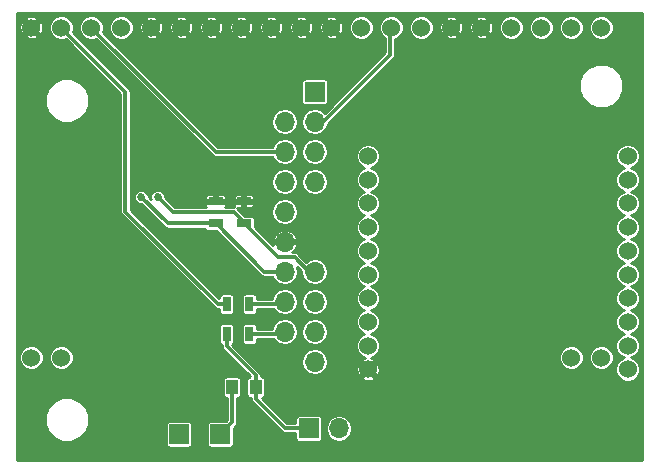
<source format=gbr>
G04 #@! TF.FileFunction,Copper,L2,Bot,Signal*
%FSLAX46Y46*%
G04 Gerber Fmt 4.6, Leading zero omitted, Abs format (unit mm)*
G04 Created by KiCad (PCBNEW 4.0.0-rc1-stable) date 06/07/2017 17:27:51*
%MOMM*%
G01*
G04 APERTURE LIST*
%ADD10C,0.076200*%
%ADD11C,1.524000*%
%ADD12R,1.000000X1.250000*%
%ADD13R,1.700000X1.700000*%
%ADD14O,1.700000X1.700000*%
%ADD15R,1.300000X0.700000*%
%ADD16R,0.700000X1.300000*%
%ADD17C,0.685800*%
%ADD18C,0.304800*%
%ADD19C,0.152400*%
%ADD20C,0.254000*%
G04 APERTURE END LIST*
D10*
D11*
X137501800Y-94500000D03*
X137501800Y-92493400D03*
X137501800Y-90486800D03*
X137501800Y-88480200D03*
X137501800Y-86473600D03*
X137501800Y-84467000D03*
X137501800Y-82460400D03*
X137501800Y-80453800D03*
X137501800Y-78447200D03*
X137501800Y-76440600D03*
X159498200Y-76440600D03*
X159498200Y-78447200D03*
X159498200Y-80453800D03*
X159498200Y-82460400D03*
X159498200Y-84467000D03*
X159498200Y-86473600D03*
X159498200Y-88480200D03*
X159498200Y-90486800D03*
X159498200Y-92493400D03*
X159498200Y-94500000D03*
D12*
X126000000Y-96000000D03*
X128000000Y-96000000D03*
D13*
X133000000Y-71000000D03*
D14*
X133000000Y-73540000D03*
X130460000Y-73540000D03*
X133000000Y-76080000D03*
X130460000Y-76080000D03*
X133000000Y-78620000D03*
X130460000Y-78620000D03*
X130460000Y-81160000D03*
X130460000Y-83700000D03*
X133000000Y-86240000D03*
X130460000Y-86240000D03*
X133000000Y-88780000D03*
X130460000Y-88780000D03*
X133000000Y-91320000D03*
X130460000Y-91320000D03*
X133000000Y-93860000D03*
D15*
X127000000Y-82150000D03*
X127000000Y-80250000D03*
D16*
X125550000Y-89000000D03*
X127450000Y-89000000D03*
X125550000Y-91500000D03*
X127450000Y-91500000D03*
D15*
X124600000Y-82150000D03*
X124600000Y-80250000D03*
D13*
X132500000Y-99500000D03*
D14*
X135040000Y-99500000D03*
D13*
X121500000Y-100000000D03*
X125000000Y-100000000D03*
D11*
X109000000Y-93500000D03*
X111540000Y-93500000D03*
X154720000Y-93500000D03*
X157260000Y-93500000D03*
X157260000Y-65560000D03*
X154720000Y-65560000D03*
X152180000Y-65560000D03*
X149640000Y-65560000D03*
X147100000Y-65560000D03*
X144560000Y-65560000D03*
X142020000Y-65560000D03*
X139480000Y-65560000D03*
X136940000Y-65560000D03*
X134400000Y-65560000D03*
X131860000Y-65560000D03*
X129320000Y-65560000D03*
X126780000Y-65560000D03*
X124240000Y-65560000D03*
X121700000Y-65560000D03*
X119160000Y-65560000D03*
X116620000Y-65560000D03*
X114080000Y-65560000D03*
X111540000Y-65560000D03*
X109000000Y-65560000D03*
D17*
X123100000Y-84400000D03*
X116000000Y-76000000D03*
X143383000Y-69723000D03*
X119700000Y-79900000D03*
X118300000Y-79900000D03*
D18*
X126000000Y-96000000D02*
X126000000Y-99000000D01*
X126000000Y-99000000D02*
X125000000Y-100000000D01*
X128000000Y-96000000D02*
X128000000Y-97000000D01*
X128000000Y-97000000D02*
X130500000Y-99500000D01*
X128000000Y-96000000D02*
X128000000Y-95000000D01*
X128000000Y-95000000D02*
X125550000Y-92550000D01*
X130500000Y-99500000D02*
X132500000Y-99500000D01*
X125550000Y-92550000D02*
X125550000Y-91500000D01*
X133000000Y-73540000D02*
X133710000Y-73540000D01*
X133710000Y-73540000D02*
X139400000Y-67850000D01*
X139400000Y-67850000D02*
X139400000Y-66060000D01*
X130460000Y-76080000D02*
X124600000Y-76080000D01*
X124600000Y-76080000D02*
X114080000Y-65560000D01*
X127000000Y-82150000D02*
X127000000Y-82000000D01*
X127000000Y-82000000D02*
X126200000Y-81200000D01*
X121000000Y-81200000D02*
X119700000Y-79900000D01*
X126200000Y-81200000D02*
X121000000Y-81200000D01*
X133000000Y-86240000D02*
X132540000Y-86240000D01*
X132540000Y-86240000D02*
X131300000Y-85000000D01*
X131300000Y-85000000D02*
X129850000Y-85000000D01*
X129850000Y-85000000D02*
X127000000Y-82150000D01*
X124600000Y-82150000D02*
X120550000Y-82150000D01*
X120550000Y-82150000D02*
X118300000Y-79900000D01*
X124600000Y-82150000D02*
X124150000Y-82150000D01*
X130460000Y-86240000D02*
X128690000Y-86240000D01*
X128690000Y-86240000D02*
X124600000Y-82150000D01*
D19*
X130200000Y-86500000D02*
X130460000Y-86240000D01*
D18*
X127450000Y-89000000D02*
X130240000Y-89000000D01*
X130240000Y-89000000D02*
X130460000Y-88780000D01*
D19*
X130240000Y-89000000D02*
X130460000Y-88780000D01*
D18*
X127450000Y-91500000D02*
X130280000Y-91500000D01*
X130280000Y-91500000D02*
X130460000Y-91320000D01*
D19*
X130280000Y-91500000D02*
X130460000Y-91320000D01*
D18*
X125550000Y-89000000D02*
X124814000Y-89000000D01*
X116967000Y-70987000D02*
X111540000Y-65560000D01*
X116967000Y-81153000D02*
X116967000Y-70987000D01*
X124814000Y-89000000D02*
X116967000Y-81153000D01*
D20*
G36*
X160696400Y-102196400D02*
X107803600Y-102196400D01*
X107803600Y-99122196D01*
X110120274Y-99122196D01*
X110405793Y-99813204D01*
X110934015Y-100342349D01*
X111624524Y-100629073D01*
X112372196Y-100629726D01*
X113063204Y-100344207D01*
X113592349Y-99815985D01*
X113868889Y-99150000D01*
X120365127Y-99150000D01*
X120365127Y-100850000D01*
X120384609Y-100953539D01*
X120445801Y-101048634D01*
X120539168Y-101112429D01*
X120650000Y-101134873D01*
X122350000Y-101134873D01*
X122453539Y-101115391D01*
X122548634Y-101054199D01*
X122612429Y-100960832D01*
X122634873Y-100850000D01*
X122634873Y-99150000D01*
X123865127Y-99150000D01*
X123865127Y-100850000D01*
X123884609Y-100953539D01*
X123945801Y-101048634D01*
X124039168Y-101112429D01*
X124150000Y-101134873D01*
X125850000Y-101134873D01*
X125953539Y-101115391D01*
X126048634Y-101054199D01*
X126112429Y-100960832D01*
X126134873Y-100850000D01*
X126134873Y-99475784D01*
X126305326Y-99305331D01*
X126305329Y-99305329D01*
X126398931Y-99165243D01*
X126398932Y-99165242D01*
X126431801Y-99000000D01*
X126431800Y-98999995D01*
X126431800Y-96909873D01*
X126500000Y-96909873D01*
X126603539Y-96890391D01*
X126698634Y-96829199D01*
X126762429Y-96735832D01*
X126784873Y-96625000D01*
X126784873Y-95375000D01*
X126765391Y-95271461D01*
X126704199Y-95176366D01*
X126610832Y-95112571D01*
X126500000Y-95090127D01*
X125500000Y-95090127D01*
X125396461Y-95109609D01*
X125301366Y-95170801D01*
X125237571Y-95264168D01*
X125215127Y-95375000D01*
X125215127Y-96625000D01*
X125234609Y-96728539D01*
X125295801Y-96823634D01*
X125389168Y-96887429D01*
X125500000Y-96909873D01*
X125568200Y-96909873D01*
X125568200Y-98821143D01*
X125524216Y-98865127D01*
X124150000Y-98865127D01*
X124046461Y-98884609D01*
X123951366Y-98945801D01*
X123887571Y-99039168D01*
X123865127Y-99150000D01*
X122634873Y-99150000D01*
X122615391Y-99046461D01*
X122554199Y-98951366D01*
X122460832Y-98887571D01*
X122350000Y-98865127D01*
X120650000Y-98865127D01*
X120546461Y-98884609D01*
X120451366Y-98945801D01*
X120387571Y-99039168D01*
X120365127Y-99150000D01*
X113868889Y-99150000D01*
X113879073Y-99125476D01*
X113879726Y-98377804D01*
X113594207Y-97686796D01*
X113065985Y-97157651D01*
X112375476Y-96870927D01*
X111627804Y-96870274D01*
X110936796Y-97155793D01*
X110407651Y-97684015D01*
X110120927Y-98374524D01*
X110120274Y-99122196D01*
X107803600Y-99122196D01*
X107803600Y-93706238D01*
X107958420Y-93706238D01*
X108116629Y-94089135D01*
X108409324Y-94382341D01*
X108791944Y-94541219D01*
X109206238Y-94541580D01*
X109589135Y-94383371D01*
X109882341Y-94090676D01*
X110041219Y-93708056D01*
X110041220Y-93706238D01*
X110498420Y-93706238D01*
X110656629Y-94089135D01*
X110949324Y-94382341D01*
X111331944Y-94541219D01*
X111746238Y-94541580D01*
X112129135Y-94383371D01*
X112422341Y-94090676D01*
X112581219Y-93708056D01*
X112581580Y-93293762D01*
X112423371Y-92910865D01*
X112130676Y-92617659D01*
X111748056Y-92458781D01*
X111333762Y-92458420D01*
X110950865Y-92616629D01*
X110657659Y-92909324D01*
X110498781Y-93291944D01*
X110498420Y-93706238D01*
X110041220Y-93706238D01*
X110041580Y-93293762D01*
X109883371Y-92910865D01*
X109590676Y-92617659D01*
X109208056Y-92458781D01*
X108793762Y-92458420D01*
X108410865Y-92616629D01*
X108117659Y-92909324D01*
X107958781Y-93291944D01*
X107958420Y-93706238D01*
X107803600Y-93706238D01*
X107803600Y-90850000D01*
X124915127Y-90850000D01*
X124915127Y-92150000D01*
X124934609Y-92253539D01*
X124995801Y-92348634D01*
X125089168Y-92412429D01*
X125118200Y-92418308D01*
X125118200Y-92550000D01*
X125151069Y-92715243D01*
X125218773Y-92816570D01*
X125244671Y-92855329D01*
X127482720Y-95093378D01*
X127396461Y-95109609D01*
X127301366Y-95170801D01*
X127237571Y-95264168D01*
X127215127Y-95375000D01*
X127215127Y-96625000D01*
X127234609Y-96728539D01*
X127295801Y-96823634D01*
X127389168Y-96887429D01*
X127500000Y-96909873D01*
X127568200Y-96909873D01*
X127568200Y-97000000D01*
X127601069Y-97165243D01*
X127694671Y-97305329D01*
X130194671Y-99805329D01*
X130334757Y-99898931D01*
X130500000Y-99931800D01*
X131365127Y-99931800D01*
X131365127Y-100350000D01*
X131384609Y-100453539D01*
X131445801Y-100548634D01*
X131539168Y-100612429D01*
X131650000Y-100634873D01*
X133350000Y-100634873D01*
X133453539Y-100615391D01*
X133548634Y-100554199D01*
X133612429Y-100460832D01*
X133634873Y-100350000D01*
X133634873Y-99477874D01*
X133910600Y-99477874D01*
X133910600Y-99522126D01*
X133996570Y-99954329D01*
X134241394Y-100320732D01*
X134607797Y-100565556D01*
X135040000Y-100651526D01*
X135472203Y-100565556D01*
X135838606Y-100320732D01*
X136083430Y-99954329D01*
X136169400Y-99522126D01*
X136169400Y-99477874D01*
X136083430Y-99045671D01*
X135838606Y-98679268D01*
X135472203Y-98434444D01*
X135040000Y-98348474D01*
X134607797Y-98434444D01*
X134241394Y-98679268D01*
X133996570Y-99045671D01*
X133910600Y-99477874D01*
X133634873Y-99477874D01*
X133634873Y-98650000D01*
X133615391Y-98546461D01*
X133554199Y-98451366D01*
X133460832Y-98387571D01*
X133350000Y-98365127D01*
X131650000Y-98365127D01*
X131546461Y-98384609D01*
X131451366Y-98445801D01*
X131387571Y-98539168D01*
X131365127Y-98650000D01*
X131365127Y-99068200D01*
X130678858Y-99068200D01*
X128517280Y-96906622D01*
X128603539Y-96890391D01*
X128698634Y-96829199D01*
X128762429Y-96735832D01*
X128784873Y-96625000D01*
X128784873Y-95375000D01*
X128765391Y-95271461D01*
X128756448Y-95257563D01*
X136923842Y-95257563D01*
X137015589Y-95385276D01*
X137391380Y-95503954D01*
X137783982Y-95469788D01*
X137988011Y-95385276D01*
X138079758Y-95257563D01*
X137501800Y-94679605D01*
X136923842Y-95257563D01*
X128756448Y-95257563D01*
X128704199Y-95176366D01*
X128610832Y-95112571D01*
X128500000Y-95090127D01*
X128431800Y-95090127D01*
X128431800Y-95000000D01*
X128398931Y-94834757D01*
X128305329Y-94694671D01*
X127470658Y-93860000D01*
X131848474Y-93860000D01*
X131934444Y-94292203D01*
X132179268Y-94658606D01*
X132545671Y-94903430D01*
X132977874Y-94989400D01*
X133022126Y-94989400D01*
X133454329Y-94903430D01*
X133820732Y-94658606D01*
X134000490Y-94389580D01*
X136497846Y-94389580D01*
X136532012Y-94782182D01*
X136616524Y-94986211D01*
X136744237Y-95077958D01*
X137322195Y-94500000D01*
X137681405Y-94500000D01*
X138259363Y-95077958D01*
X138387076Y-94986211D01*
X138505754Y-94610420D01*
X138471588Y-94217818D01*
X138387076Y-94013789D01*
X138259363Y-93922042D01*
X137681405Y-94500000D01*
X137322195Y-94500000D01*
X136744237Y-93922042D01*
X136616524Y-94013789D01*
X136497846Y-94389580D01*
X134000490Y-94389580D01*
X134065556Y-94292203D01*
X134151526Y-93860000D01*
X134065556Y-93427797D01*
X133820732Y-93061394D01*
X133454329Y-92816570D01*
X133022126Y-92730600D01*
X132977874Y-92730600D01*
X132545671Y-92816570D01*
X132179268Y-93061394D01*
X131934444Y-93427797D01*
X131848474Y-93860000D01*
X127470658Y-93860000D01*
X126017236Y-92406578D01*
X126098634Y-92354199D01*
X126162429Y-92260832D01*
X126184873Y-92150000D01*
X126184873Y-90850000D01*
X126815127Y-90850000D01*
X126815127Y-92150000D01*
X126834609Y-92253539D01*
X126895801Y-92348634D01*
X126989168Y-92412429D01*
X127100000Y-92434873D01*
X127800000Y-92434873D01*
X127903539Y-92415391D01*
X127998634Y-92354199D01*
X128062429Y-92260832D01*
X128084873Y-92150000D01*
X128084873Y-91931800D01*
X129514448Y-91931800D01*
X129639268Y-92118606D01*
X130005671Y-92363430D01*
X130437874Y-92449400D01*
X130482126Y-92449400D01*
X130914329Y-92363430D01*
X131280732Y-92118606D01*
X131525556Y-91752203D01*
X131611526Y-91320000D01*
X131848474Y-91320000D01*
X131934444Y-91752203D01*
X132179268Y-92118606D01*
X132545671Y-92363430D01*
X132977874Y-92449400D01*
X133022126Y-92449400D01*
X133454329Y-92363430D01*
X133820732Y-92118606D01*
X134065556Y-91752203D01*
X134151526Y-91320000D01*
X134065556Y-90887797D01*
X133820732Y-90521394D01*
X133454329Y-90276570D01*
X133022126Y-90190600D01*
X132977874Y-90190600D01*
X132545671Y-90276570D01*
X132179268Y-90521394D01*
X131934444Y-90887797D01*
X131848474Y-91320000D01*
X131611526Y-91320000D01*
X131525556Y-90887797D01*
X131280732Y-90521394D01*
X130914329Y-90276570D01*
X130482126Y-90190600D01*
X130437874Y-90190600D01*
X130005671Y-90276570D01*
X129639268Y-90521394D01*
X129394444Y-90887797D01*
X129358560Y-91068200D01*
X128084873Y-91068200D01*
X128084873Y-90850000D01*
X128065391Y-90746461D01*
X128004199Y-90651366D01*
X127910832Y-90587571D01*
X127800000Y-90565127D01*
X127100000Y-90565127D01*
X126996461Y-90584609D01*
X126901366Y-90645801D01*
X126837571Y-90739168D01*
X126815127Y-90850000D01*
X126184873Y-90850000D01*
X126165391Y-90746461D01*
X126104199Y-90651366D01*
X126010832Y-90587571D01*
X125900000Y-90565127D01*
X125200000Y-90565127D01*
X125096461Y-90584609D01*
X125001366Y-90645801D01*
X124937571Y-90739168D01*
X124915127Y-90850000D01*
X107803600Y-90850000D01*
X107803600Y-72122196D01*
X110120274Y-72122196D01*
X110405793Y-72813204D01*
X110934015Y-73342349D01*
X111624524Y-73629073D01*
X112372196Y-73629726D01*
X113063204Y-73344207D01*
X113592349Y-72815985D01*
X113879073Y-72125476D01*
X113879726Y-71377804D01*
X113594207Y-70686796D01*
X113065985Y-70157651D01*
X112375476Y-69870927D01*
X111627804Y-69870274D01*
X110936796Y-70155793D01*
X110407651Y-70684015D01*
X110120927Y-71374524D01*
X110120274Y-72122196D01*
X107803600Y-72122196D01*
X107803600Y-66317563D01*
X108422042Y-66317563D01*
X108513789Y-66445276D01*
X108889580Y-66563954D01*
X109282182Y-66529788D01*
X109486211Y-66445276D01*
X109577958Y-66317563D01*
X109000000Y-65739605D01*
X108422042Y-66317563D01*
X107803600Y-66317563D01*
X107803600Y-65449580D01*
X107996046Y-65449580D01*
X108030212Y-65842182D01*
X108114724Y-66046211D01*
X108242437Y-66137958D01*
X108820395Y-65560000D01*
X109179605Y-65560000D01*
X109757563Y-66137958D01*
X109885276Y-66046211D01*
X109973693Y-65766238D01*
X110498420Y-65766238D01*
X110656629Y-66149135D01*
X110949324Y-66442341D01*
X111331944Y-66601219D01*
X111746238Y-66601580D01*
X111905229Y-66535887D01*
X116535200Y-71165858D01*
X116535200Y-81153000D01*
X116568069Y-81318243D01*
X116635272Y-81418820D01*
X116661671Y-81458329D01*
X124508671Y-89305329D01*
X124648757Y-89398931D01*
X124676173Y-89404385D01*
X124814000Y-89431801D01*
X124814005Y-89431800D01*
X124915127Y-89431800D01*
X124915127Y-89650000D01*
X124934609Y-89753539D01*
X124995801Y-89848634D01*
X125089168Y-89912429D01*
X125200000Y-89934873D01*
X125900000Y-89934873D01*
X126003539Y-89915391D01*
X126098634Y-89854199D01*
X126162429Y-89760832D01*
X126184873Y-89650000D01*
X126184873Y-88350000D01*
X126815127Y-88350000D01*
X126815127Y-89650000D01*
X126834609Y-89753539D01*
X126895801Y-89848634D01*
X126989168Y-89912429D01*
X127100000Y-89934873D01*
X127800000Y-89934873D01*
X127903539Y-89915391D01*
X127998634Y-89854199D01*
X128062429Y-89760832D01*
X128084873Y-89650000D01*
X128084873Y-89431800D01*
X129541175Y-89431800D01*
X129639268Y-89578606D01*
X130005671Y-89823430D01*
X130437874Y-89909400D01*
X130482126Y-89909400D01*
X130914329Y-89823430D01*
X131280732Y-89578606D01*
X131525556Y-89212203D01*
X131611526Y-88780000D01*
X131848474Y-88780000D01*
X131934444Y-89212203D01*
X132179268Y-89578606D01*
X132545671Y-89823430D01*
X132977874Y-89909400D01*
X133022126Y-89909400D01*
X133454329Y-89823430D01*
X133820732Y-89578606D01*
X134065556Y-89212203D01*
X134151526Y-88780000D01*
X134065556Y-88347797D01*
X133820732Y-87981394D01*
X133454329Y-87736570D01*
X133022126Y-87650600D01*
X132977874Y-87650600D01*
X132545671Y-87736570D01*
X132179268Y-87981394D01*
X131934444Y-88347797D01*
X131848474Y-88780000D01*
X131611526Y-88780000D01*
X131525556Y-88347797D01*
X131280732Y-87981394D01*
X130914329Y-87736570D01*
X130482126Y-87650600D01*
X130437874Y-87650600D01*
X130005671Y-87736570D01*
X129639268Y-87981394D01*
X129394444Y-88347797D01*
X129350603Y-88568200D01*
X128084873Y-88568200D01*
X128084873Y-88350000D01*
X128065391Y-88246461D01*
X128004199Y-88151366D01*
X127910832Y-88087571D01*
X127800000Y-88065127D01*
X127100000Y-88065127D01*
X126996461Y-88084609D01*
X126901366Y-88145801D01*
X126837571Y-88239168D01*
X126815127Y-88350000D01*
X126184873Y-88350000D01*
X126165391Y-88246461D01*
X126104199Y-88151366D01*
X126010832Y-88087571D01*
X125900000Y-88065127D01*
X125200000Y-88065127D01*
X125096461Y-88084609D01*
X125001366Y-88145801D01*
X124937571Y-88239168D01*
X124915127Y-88350000D01*
X124915127Y-88490469D01*
X117398800Y-80974142D01*
X117398800Y-80023240D01*
X117677592Y-80023240D01*
X117772132Y-80252044D01*
X117947035Y-80427253D01*
X118175674Y-80522192D01*
X118311653Y-80522311D01*
X120244669Y-82455326D01*
X120244671Y-82455329D01*
X120311526Y-82500000D01*
X120384758Y-82548932D01*
X120550000Y-82581801D01*
X120550005Y-82581800D01*
X123680519Y-82581800D01*
X123684609Y-82603539D01*
X123745801Y-82698634D01*
X123839168Y-82762429D01*
X123950000Y-82784873D01*
X124624215Y-82784873D01*
X128384669Y-86545326D01*
X128384671Y-86545329D01*
X128520495Y-86636083D01*
X128524757Y-86638931D01*
X128690000Y-86671800D01*
X129394364Y-86671800D01*
X129394444Y-86672203D01*
X129639268Y-87038606D01*
X130005671Y-87283430D01*
X130437874Y-87369400D01*
X130482126Y-87369400D01*
X130914329Y-87283430D01*
X131280732Y-87038606D01*
X131525556Y-86672203D01*
X131611526Y-86240000D01*
X131532612Y-85843270D01*
X131861891Y-86172549D01*
X131848474Y-86240000D01*
X131934444Y-86672203D01*
X132179268Y-87038606D01*
X132545671Y-87283430D01*
X132977874Y-87369400D01*
X133022126Y-87369400D01*
X133454329Y-87283430D01*
X133820732Y-87038606D01*
X134065556Y-86672203D01*
X134151526Y-86240000D01*
X134065556Y-85807797D01*
X133820732Y-85441394D01*
X133454329Y-85196570D01*
X133022126Y-85110600D01*
X132977874Y-85110600D01*
X132545671Y-85196570D01*
X132282844Y-85372186D01*
X131605329Y-84694671D01*
X131573252Y-84673238D01*
X131465243Y-84601069D01*
X131300000Y-84568200D01*
X131086184Y-84568200D01*
X131127939Y-84546914D01*
X131401195Y-84226837D01*
X131498043Y-83992993D01*
X131473524Y-83827000D01*
X130587000Y-83827000D01*
X130587000Y-83847000D01*
X130333000Y-83847000D01*
X130333000Y-83827000D01*
X129446476Y-83827000D01*
X129426036Y-83965379D01*
X128867665Y-83407007D01*
X129421957Y-83407007D01*
X129446476Y-83573000D01*
X130333000Y-83573000D01*
X130333000Y-82686040D01*
X130587000Y-82686040D01*
X130587000Y-83573000D01*
X131473524Y-83573000D01*
X131498043Y-83407007D01*
X131401195Y-83173163D01*
X131127939Y-82853086D01*
X130752995Y-82661944D01*
X130587000Y-82686040D01*
X130333000Y-82686040D01*
X130167005Y-82661944D01*
X129792061Y-82853086D01*
X129518805Y-83173163D01*
X129421957Y-83407007D01*
X128867665Y-83407007D01*
X127934873Y-82474215D01*
X127934873Y-81800000D01*
X127915391Y-81696461D01*
X127854199Y-81601366D01*
X127760832Y-81537571D01*
X127650000Y-81515127D01*
X127125785Y-81515127D01*
X126770658Y-81160000D01*
X129308474Y-81160000D01*
X129394444Y-81592203D01*
X129639268Y-81958606D01*
X130005671Y-82203430D01*
X130437874Y-82289400D01*
X130482126Y-82289400D01*
X130914329Y-82203430D01*
X131280732Y-81958606D01*
X131525556Y-81592203D01*
X131611526Y-81160000D01*
X131525556Y-80727797D01*
X131280732Y-80361394D01*
X130914329Y-80116570D01*
X130482126Y-80030600D01*
X130437874Y-80030600D01*
X130005671Y-80116570D01*
X129639268Y-80361394D01*
X129394444Y-80727797D01*
X129308474Y-81160000D01*
X126770658Y-81160000D01*
X126505329Y-80894671D01*
X126406446Y-80828600D01*
X126815850Y-80828600D01*
X126873000Y-80771450D01*
X126873000Y-80377000D01*
X127127000Y-80377000D01*
X127127000Y-80771450D01*
X127184150Y-80828600D01*
X127695472Y-80828600D01*
X127779492Y-80793797D01*
X127843798Y-80729491D01*
X127878600Y-80645471D01*
X127878600Y-80434150D01*
X127821450Y-80377000D01*
X127127000Y-80377000D01*
X126873000Y-80377000D01*
X126178550Y-80377000D01*
X126121400Y-80434150D01*
X126121400Y-80645471D01*
X126156202Y-80729491D01*
X126194911Y-80768200D01*
X125405089Y-80768200D01*
X125443798Y-80729491D01*
X125478600Y-80645471D01*
X125478600Y-80434150D01*
X125421450Y-80377000D01*
X124727000Y-80377000D01*
X124727000Y-80397000D01*
X124473000Y-80397000D01*
X124473000Y-80377000D01*
X123778550Y-80377000D01*
X123721400Y-80434150D01*
X123721400Y-80645471D01*
X123756202Y-80729491D01*
X123794911Y-80768200D01*
X121178857Y-80768200D01*
X120322290Y-79911633D01*
X120322339Y-79854529D01*
X123721400Y-79854529D01*
X123721400Y-80065850D01*
X123778550Y-80123000D01*
X124473000Y-80123000D01*
X124473000Y-79728550D01*
X124727000Y-79728550D01*
X124727000Y-80123000D01*
X125421450Y-80123000D01*
X125478600Y-80065850D01*
X125478600Y-79854529D01*
X126121400Y-79854529D01*
X126121400Y-80065850D01*
X126178550Y-80123000D01*
X126873000Y-80123000D01*
X126873000Y-79728550D01*
X127127000Y-79728550D01*
X127127000Y-80123000D01*
X127821450Y-80123000D01*
X127878600Y-80065850D01*
X127878600Y-79854529D01*
X127843798Y-79770509D01*
X127779492Y-79706203D01*
X127695472Y-79671400D01*
X127184150Y-79671400D01*
X127127000Y-79728550D01*
X126873000Y-79728550D01*
X126815850Y-79671400D01*
X126304528Y-79671400D01*
X126220508Y-79706203D01*
X126156202Y-79770509D01*
X126121400Y-79854529D01*
X125478600Y-79854529D01*
X125443798Y-79770509D01*
X125379492Y-79706203D01*
X125295472Y-79671400D01*
X124784150Y-79671400D01*
X124727000Y-79728550D01*
X124473000Y-79728550D01*
X124415850Y-79671400D01*
X123904528Y-79671400D01*
X123820508Y-79706203D01*
X123756202Y-79770509D01*
X123721400Y-79854529D01*
X120322339Y-79854529D01*
X120322408Y-79776760D01*
X120227868Y-79547956D01*
X120052965Y-79372747D01*
X119824326Y-79277808D01*
X119576760Y-79277592D01*
X119347956Y-79372132D01*
X119172747Y-79547035D01*
X119077808Y-79775674D01*
X119077592Y-80023240D01*
X119108359Y-80097701D01*
X118922290Y-79911632D01*
X118922408Y-79776760D01*
X118827868Y-79547956D01*
X118652965Y-79372747D01*
X118424326Y-79277808D01*
X118176760Y-79277592D01*
X117947956Y-79372132D01*
X117772747Y-79547035D01*
X117677808Y-79775674D01*
X117677592Y-80023240D01*
X117398800Y-80023240D01*
X117398800Y-78620000D01*
X129308474Y-78620000D01*
X129394444Y-79052203D01*
X129639268Y-79418606D01*
X130005671Y-79663430D01*
X130437874Y-79749400D01*
X130482126Y-79749400D01*
X130914329Y-79663430D01*
X131280732Y-79418606D01*
X131525556Y-79052203D01*
X131611526Y-78620000D01*
X131848474Y-78620000D01*
X131934444Y-79052203D01*
X132179268Y-79418606D01*
X132545671Y-79663430D01*
X132977874Y-79749400D01*
X133022126Y-79749400D01*
X133454329Y-79663430D01*
X133820732Y-79418606D01*
X134065556Y-79052203D01*
X134151526Y-78620000D01*
X134065556Y-78187797D01*
X133820732Y-77821394D01*
X133454329Y-77576570D01*
X133022126Y-77490600D01*
X132977874Y-77490600D01*
X132545671Y-77576570D01*
X132179268Y-77821394D01*
X131934444Y-78187797D01*
X131848474Y-78620000D01*
X131611526Y-78620000D01*
X131525556Y-78187797D01*
X131280732Y-77821394D01*
X130914329Y-77576570D01*
X130482126Y-77490600D01*
X130437874Y-77490600D01*
X130005671Y-77576570D01*
X129639268Y-77821394D01*
X129394444Y-78187797D01*
X129308474Y-78620000D01*
X117398800Y-78620000D01*
X117398800Y-70987000D01*
X117365931Y-70821757D01*
X117272329Y-70681671D01*
X112515935Y-65925277D01*
X112581219Y-65768056D01*
X112581220Y-65766238D01*
X113038420Y-65766238D01*
X113196629Y-66149135D01*
X113489324Y-66442341D01*
X113871944Y-66601219D01*
X114286238Y-66601580D01*
X114445229Y-66535887D01*
X124294669Y-76385326D01*
X124294671Y-76385329D01*
X124434757Y-76478931D01*
X124462173Y-76484385D01*
X124600000Y-76511801D01*
X124600005Y-76511800D01*
X129394364Y-76511800D01*
X129394444Y-76512203D01*
X129639268Y-76878606D01*
X130005671Y-77123430D01*
X130437874Y-77209400D01*
X130482126Y-77209400D01*
X130914329Y-77123430D01*
X131280732Y-76878606D01*
X131525556Y-76512203D01*
X131611526Y-76080000D01*
X131848474Y-76080000D01*
X131934444Y-76512203D01*
X132179268Y-76878606D01*
X132545671Y-77123430D01*
X132977874Y-77209400D01*
X133022126Y-77209400D01*
X133454329Y-77123430D01*
X133820732Y-76878606D01*
X133975595Y-76646838D01*
X136460220Y-76646838D01*
X136618429Y-77029735D01*
X136911124Y-77322941D01*
X137202670Y-77444002D01*
X136912665Y-77563829D01*
X136619459Y-77856524D01*
X136460581Y-78239144D01*
X136460220Y-78653438D01*
X136618429Y-79036335D01*
X136911124Y-79329541D01*
X137202670Y-79450602D01*
X136912665Y-79570429D01*
X136619459Y-79863124D01*
X136460581Y-80245744D01*
X136460220Y-80660038D01*
X136618429Y-81042935D01*
X136911124Y-81336141D01*
X137202670Y-81457202D01*
X136912665Y-81577029D01*
X136619459Y-81869724D01*
X136460581Y-82252344D01*
X136460220Y-82666638D01*
X136618429Y-83049535D01*
X136911124Y-83342741D01*
X137202670Y-83463802D01*
X136912665Y-83583629D01*
X136619459Y-83876324D01*
X136460581Y-84258944D01*
X136460220Y-84673238D01*
X136618429Y-85056135D01*
X136911124Y-85349341D01*
X137202670Y-85470402D01*
X136912665Y-85590229D01*
X136619459Y-85882924D01*
X136460581Y-86265544D01*
X136460220Y-86679838D01*
X136618429Y-87062735D01*
X136911124Y-87355941D01*
X137202670Y-87477002D01*
X136912665Y-87596829D01*
X136619459Y-87889524D01*
X136460581Y-88272144D01*
X136460220Y-88686438D01*
X136618429Y-89069335D01*
X136911124Y-89362541D01*
X137202670Y-89483602D01*
X136912665Y-89603429D01*
X136619459Y-89896124D01*
X136460581Y-90278744D01*
X136460220Y-90693038D01*
X136618429Y-91075935D01*
X136911124Y-91369141D01*
X137202670Y-91490202D01*
X136912665Y-91610029D01*
X136619459Y-91902724D01*
X136460581Y-92285344D01*
X136460220Y-92699638D01*
X136618429Y-93082535D01*
X136911124Y-93375741D01*
X137272126Y-93525642D01*
X137219618Y-93530212D01*
X137015589Y-93614724D01*
X136923842Y-93742437D01*
X137501800Y-94320395D01*
X138079758Y-93742437D01*
X138053754Y-93706238D01*
X153678420Y-93706238D01*
X153836629Y-94089135D01*
X154129324Y-94382341D01*
X154511944Y-94541219D01*
X154926238Y-94541580D01*
X155309135Y-94383371D01*
X155602341Y-94090676D01*
X155761219Y-93708056D01*
X155761220Y-93706238D01*
X156218420Y-93706238D01*
X156376629Y-94089135D01*
X156669324Y-94382341D01*
X157051944Y-94541219D01*
X157466238Y-94541580D01*
X157849135Y-94383371D01*
X158142341Y-94090676D01*
X158301219Y-93708056D01*
X158301580Y-93293762D01*
X158143371Y-92910865D01*
X157850676Y-92617659D01*
X157468056Y-92458781D01*
X157053762Y-92458420D01*
X156670865Y-92616629D01*
X156377659Y-92909324D01*
X156218781Y-93291944D01*
X156218420Y-93706238D01*
X155761220Y-93706238D01*
X155761580Y-93293762D01*
X155603371Y-92910865D01*
X155310676Y-92617659D01*
X154928056Y-92458781D01*
X154513762Y-92458420D01*
X154130865Y-92616629D01*
X153837659Y-92909324D01*
X153678781Y-93291944D01*
X153678420Y-93706238D01*
X138053754Y-93706238D01*
X137988011Y-93614724D01*
X137719936Y-93530064D01*
X138090935Y-93376771D01*
X138384141Y-93084076D01*
X138543019Y-92701456D01*
X138543380Y-92287162D01*
X138385171Y-91904265D01*
X138092476Y-91611059D01*
X137800930Y-91489998D01*
X138090935Y-91370171D01*
X138384141Y-91077476D01*
X138543019Y-90694856D01*
X138543380Y-90280562D01*
X138385171Y-89897665D01*
X138092476Y-89604459D01*
X137800930Y-89483398D01*
X138090935Y-89363571D01*
X138384141Y-89070876D01*
X138543019Y-88688256D01*
X138543380Y-88273962D01*
X138385171Y-87891065D01*
X138092476Y-87597859D01*
X137800930Y-87476798D01*
X138090935Y-87356971D01*
X138384141Y-87064276D01*
X138543019Y-86681656D01*
X138543380Y-86267362D01*
X138385171Y-85884465D01*
X138092476Y-85591259D01*
X137800930Y-85470198D01*
X138090935Y-85350371D01*
X138384141Y-85057676D01*
X138543019Y-84675056D01*
X138543380Y-84260762D01*
X138385171Y-83877865D01*
X138092476Y-83584659D01*
X137800930Y-83463598D01*
X138090935Y-83343771D01*
X138384141Y-83051076D01*
X138543019Y-82668456D01*
X138543380Y-82254162D01*
X138385171Y-81871265D01*
X138092476Y-81578059D01*
X137800930Y-81456998D01*
X138090935Y-81337171D01*
X138384141Y-81044476D01*
X138543019Y-80661856D01*
X138543380Y-80247562D01*
X138385171Y-79864665D01*
X138092476Y-79571459D01*
X137800930Y-79450398D01*
X138090935Y-79330571D01*
X138384141Y-79037876D01*
X138543019Y-78655256D01*
X138543380Y-78240962D01*
X138385171Y-77858065D01*
X138092476Y-77564859D01*
X137800930Y-77443798D01*
X138090935Y-77323971D01*
X138384141Y-77031276D01*
X138543019Y-76648656D01*
X138543020Y-76646838D01*
X158456620Y-76646838D01*
X158614829Y-77029735D01*
X158907524Y-77322941D01*
X159199070Y-77444002D01*
X158909065Y-77563829D01*
X158615859Y-77856524D01*
X158456981Y-78239144D01*
X158456620Y-78653438D01*
X158614829Y-79036335D01*
X158907524Y-79329541D01*
X159199070Y-79450602D01*
X158909065Y-79570429D01*
X158615859Y-79863124D01*
X158456981Y-80245744D01*
X158456620Y-80660038D01*
X158614829Y-81042935D01*
X158907524Y-81336141D01*
X159199070Y-81457202D01*
X158909065Y-81577029D01*
X158615859Y-81869724D01*
X158456981Y-82252344D01*
X158456620Y-82666638D01*
X158614829Y-83049535D01*
X158907524Y-83342741D01*
X159199070Y-83463802D01*
X158909065Y-83583629D01*
X158615859Y-83876324D01*
X158456981Y-84258944D01*
X158456620Y-84673238D01*
X158614829Y-85056135D01*
X158907524Y-85349341D01*
X159199070Y-85470402D01*
X158909065Y-85590229D01*
X158615859Y-85882924D01*
X158456981Y-86265544D01*
X158456620Y-86679838D01*
X158614829Y-87062735D01*
X158907524Y-87355941D01*
X159199070Y-87477002D01*
X158909065Y-87596829D01*
X158615859Y-87889524D01*
X158456981Y-88272144D01*
X158456620Y-88686438D01*
X158614829Y-89069335D01*
X158907524Y-89362541D01*
X159199070Y-89483602D01*
X158909065Y-89603429D01*
X158615859Y-89896124D01*
X158456981Y-90278744D01*
X158456620Y-90693038D01*
X158614829Y-91075935D01*
X158907524Y-91369141D01*
X159199070Y-91490202D01*
X158909065Y-91610029D01*
X158615859Y-91902724D01*
X158456981Y-92285344D01*
X158456620Y-92699638D01*
X158614829Y-93082535D01*
X158907524Y-93375741D01*
X159199070Y-93496802D01*
X158909065Y-93616629D01*
X158615859Y-93909324D01*
X158456981Y-94291944D01*
X158456620Y-94706238D01*
X158614829Y-95089135D01*
X158907524Y-95382341D01*
X159290144Y-95541219D01*
X159704438Y-95541580D01*
X160087335Y-95383371D01*
X160380541Y-95090676D01*
X160539419Y-94708056D01*
X160539780Y-94293762D01*
X160381571Y-93910865D01*
X160088876Y-93617659D01*
X159797330Y-93496598D01*
X160087335Y-93376771D01*
X160380541Y-93084076D01*
X160539419Y-92701456D01*
X160539780Y-92287162D01*
X160381571Y-91904265D01*
X160088876Y-91611059D01*
X159797330Y-91489998D01*
X160087335Y-91370171D01*
X160380541Y-91077476D01*
X160539419Y-90694856D01*
X160539780Y-90280562D01*
X160381571Y-89897665D01*
X160088876Y-89604459D01*
X159797330Y-89483398D01*
X160087335Y-89363571D01*
X160380541Y-89070876D01*
X160539419Y-88688256D01*
X160539780Y-88273962D01*
X160381571Y-87891065D01*
X160088876Y-87597859D01*
X159797330Y-87476798D01*
X160087335Y-87356971D01*
X160380541Y-87064276D01*
X160539419Y-86681656D01*
X160539780Y-86267362D01*
X160381571Y-85884465D01*
X160088876Y-85591259D01*
X159797330Y-85470198D01*
X160087335Y-85350371D01*
X160380541Y-85057676D01*
X160539419Y-84675056D01*
X160539780Y-84260762D01*
X160381571Y-83877865D01*
X160088876Y-83584659D01*
X159797330Y-83463598D01*
X160087335Y-83343771D01*
X160380541Y-83051076D01*
X160539419Y-82668456D01*
X160539780Y-82254162D01*
X160381571Y-81871265D01*
X160088876Y-81578059D01*
X159797330Y-81456998D01*
X160087335Y-81337171D01*
X160380541Y-81044476D01*
X160539419Y-80661856D01*
X160539780Y-80247562D01*
X160381571Y-79864665D01*
X160088876Y-79571459D01*
X159797330Y-79450398D01*
X160087335Y-79330571D01*
X160380541Y-79037876D01*
X160539419Y-78655256D01*
X160539780Y-78240962D01*
X160381571Y-77858065D01*
X160088876Y-77564859D01*
X159797330Y-77443798D01*
X160087335Y-77323971D01*
X160380541Y-77031276D01*
X160539419Y-76648656D01*
X160539780Y-76234362D01*
X160381571Y-75851465D01*
X160088876Y-75558259D01*
X159706256Y-75399381D01*
X159291962Y-75399020D01*
X158909065Y-75557229D01*
X158615859Y-75849924D01*
X158456981Y-76232544D01*
X158456620Y-76646838D01*
X138543020Y-76646838D01*
X138543380Y-76234362D01*
X138385171Y-75851465D01*
X138092476Y-75558259D01*
X137709856Y-75399381D01*
X137295562Y-75399020D01*
X136912665Y-75557229D01*
X136619459Y-75849924D01*
X136460581Y-76232544D01*
X136460220Y-76646838D01*
X133975595Y-76646838D01*
X134065556Y-76512203D01*
X134151526Y-76080000D01*
X134065556Y-75647797D01*
X133820732Y-75281394D01*
X133454329Y-75036570D01*
X133022126Y-74950600D01*
X132977874Y-74950600D01*
X132545671Y-75036570D01*
X132179268Y-75281394D01*
X131934444Y-75647797D01*
X131848474Y-76080000D01*
X131611526Y-76080000D01*
X131525556Y-75647797D01*
X131280732Y-75281394D01*
X130914329Y-75036570D01*
X130482126Y-74950600D01*
X130437874Y-74950600D01*
X130005671Y-75036570D01*
X129639268Y-75281394D01*
X129394444Y-75647797D01*
X129394364Y-75648200D01*
X124778857Y-75648200D01*
X122670658Y-73540000D01*
X129308474Y-73540000D01*
X129394444Y-73972203D01*
X129639268Y-74338606D01*
X130005671Y-74583430D01*
X130437874Y-74669400D01*
X130482126Y-74669400D01*
X130914329Y-74583430D01*
X131280732Y-74338606D01*
X131525556Y-73972203D01*
X131611526Y-73540000D01*
X131848474Y-73540000D01*
X131934444Y-73972203D01*
X132179268Y-74338606D01*
X132545671Y-74583430D01*
X132977874Y-74669400D01*
X133022126Y-74669400D01*
X133454329Y-74583430D01*
X133820732Y-74338606D01*
X134065556Y-73972203D01*
X134109530Y-73751128D01*
X136988462Y-70872196D01*
X155370274Y-70872196D01*
X155655793Y-71563204D01*
X156184015Y-72092349D01*
X156874524Y-72379073D01*
X157622196Y-72379726D01*
X158313204Y-72094207D01*
X158842349Y-71565985D01*
X159129073Y-70875476D01*
X159129726Y-70127804D01*
X158844207Y-69436796D01*
X158315985Y-68907651D01*
X157625476Y-68620927D01*
X156877804Y-68620274D01*
X156186796Y-68905793D01*
X155657651Y-69434015D01*
X155370927Y-70124524D01*
X155370274Y-70872196D01*
X136988462Y-70872196D01*
X139705329Y-68155329D01*
X139798931Y-68015243D01*
X139831800Y-67850000D01*
X139831800Y-66541435D01*
X140069135Y-66443371D01*
X140362341Y-66150676D01*
X140521219Y-65768056D01*
X140521220Y-65766238D01*
X140978420Y-65766238D01*
X141136629Y-66149135D01*
X141429324Y-66442341D01*
X141811944Y-66601219D01*
X142226238Y-66601580D01*
X142609135Y-66443371D01*
X142735162Y-66317563D01*
X143982042Y-66317563D01*
X144073789Y-66445276D01*
X144449580Y-66563954D01*
X144842182Y-66529788D01*
X145046211Y-66445276D01*
X145137958Y-66317563D01*
X146522042Y-66317563D01*
X146613789Y-66445276D01*
X146989580Y-66563954D01*
X147382182Y-66529788D01*
X147586211Y-66445276D01*
X147677958Y-66317563D01*
X147100000Y-65739605D01*
X146522042Y-66317563D01*
X145137958Y-66317563D01*
X144560000Y-65739605D01*
X143982042Y-66317563D01*
X142735162Y-66317563D01*
X142902341Y-66150676D01*
X143061219Y-65768056D01*
X143061496Y-65449580D01*
X143556046Y-65449580D01*
X143590212Y-65842182D01*
X143674724Y-66046211D01*
X143802437Y-66137958D01*
X144380395Y-65560000D01*
X144739605Y-65560000D01*
X145317563Y-66137958D01*
X145445276Y-66046211D01*
X145563954Y-65670420D01*
X145544736Y-65449580D01*
X146096046Y-65449580D01*
X146130212Y-65842182D01*
X146214724Y-66046211D01*
X146342437Y-66137958D01*
X146920395Y-65560000D01*
X147279605Y-65560000D01*
X147857563Y-66137958D01*
X147985276Y-66046211D01*
X148073693Y-65766238D01*
X148598420Y-65766238D01*
X148756629Y-66149135D01*
X149049324Y-66442341D01*
X149431944Y-66601219D01*
X149846238Y-66601580D01*
X150229135Y-66443371D01*
X150522341Y-66150676D01*
X150681219Y-65768056D01*
X150681220Y-65766238D01*
X151138420Y-65766238D01*
X151296629Y-66149135D01*
X151589324Y-66442341D01*
X151971944Y-66601219D01*
X152386238Y-66601580D01*
X152769135Y-66443371D01*
X153062341Y-66150676D01*
X153221219Y-65768056D01*
X153221220Y-65766238D01*
X153678420Y-65766238D01*
X153836629Y-66149135D01*
X154129324Y-66442341D01*
X154511944Y-66601219D01*
X154926238Y-66601580D01*
X155309135Y-66443371D01*
X155602341Y-66150676D01*
X155761219Y-65768056D01*
X155761220Y-65766238D01*
X156218420Y-65766238D01*
X156376629Y-66149135D01*
X156669324Y-66442341D01*
X157051944Y-66601219D01*
X157466238Y-66601580D01*
X157849135Y-66443371D01*
X158142341Y-66150676D01*
X158301219Y-65768056D01*
X158301580Y-65353762D01*
X158143371Y-64970865D01*
X157850676Y-64677659D01*
X157468056Y-64518781D01*
X157053762Y-64518420D01*
X156670865Y-64676629D01*
X156377659Y-64969324D01*
X156218781Y-65351944D01*
X156218420Y-65766238D01*
X155761220Y-65766238D01*
X155761580Y-65353762D01*
X155603371Y-64970865D01*
X155310676Y-64677659D01*
X154928056Y-64518781D01*
X154513762Y-64518420D01*
X154130865Y-64676629D01*
X153837659Y-64969324D01*
X153678781Y-65351944D01*
X153678420Y-65766238D01*
X153221220Y-65766238D01*
X153221580Y-65353762D01*
X153063371Y-64970865D01*
X152770676Y-64677659D01*
X152388056Y-64518781D01*
X151973762Y-64518420D01*
X151590865Y-64676629D01*
X151297659Y-64969324D01*
X151138781Y-65351944D01*
X151138420Y-65766238D01*
X150681220Y-65766238D01*
X150681580Y-65353762D01*
X150523371Y-64970865D01*
X150230676Y-64677659D01*
X149848056Y-64518781D01*
X149433762Y-64518420D01*
X149050865Y-64676629D01*
X148757659Y-64969324D01*
X148598781Y-65351944D01*
X148598420Y-65766238D01*
X148073693Y-65766238D01*
X148103954Y-65670420D01*
X148069788Y-65277818D01*
X147985276Y-65073789D01*
X147857563Y-64982042D01*
X147279605Y-65560000D01*
X146920395Y-65560000D01*
X146342437Y-64982042D01*
X146214724Y-65073789D01*
X146096046Y-65449580D01*
X145544736Y-65449580D01*
X145529788Y-65277818D01*
X145445276Y-65073789D01*
X145317563Y-64982042D01*
X144739605Y-65560000D01*
X144380395Y-65560000D01*
X143802437Y-64982042D01*
X143674724Y-65073789D01*
X143556046Y-65449580D01*
X143061496Y-65449580D01*
X143061580Y-65353762D01*
X142903371Y-64970865D01*
X142735237Y-64802437D01*
X143982042Y-64802437D01*
X144560000Y-65380395D01*
X145137958Y-64802437D01*
X146522042Y-64802437D01*
X147100000Y-65380395D01*
X147677958Y-64802437D01*
X147586211Y-64674724D01*
X147210420Y-64556046D01*
X146817818Y-64590212D01*
X146613789Y-64674724D01*
X146522042Y-64802437D01*
X145137958Y-64802437D01*
X145046211Y-64674724D01*
X144670420Y-64556046D01*
X144277818Y-64590212D01*
X144073789Y-64674724D01*
X143982042Y-64802437D01*
X142735237Y-64802437D01*
X142610676Y-64677659D01*
X142228056Y-64518781D01*
X141813762Y-64518420D01*
X141430865Y-64676629D01*
X141137659Y-64969324D01*
X140978781Y-65351944D01*
X140978420Y-65766238D01*
X140521220Y-65766238D01*
X140521580Y-65353762D01*
X140363371Y-64970865D01*
X140070676Y-64677659D01*
X139688056Y-64518781D01*
X139273762Y-64518420D01*
X138890865Y-64676629D01*
X138597659Y-64969324D01*
X138438781Y-65351944D01*
X138438420Y-65766238D01*
X138596629Y-66149135D01*
X138889324Y-66442341D01*
X138968200Y-66475093D01*
X138968200Y-67671142D01*
X133851660Y-72787682D01*
X133820732Y-72741394D01*
X133454329Y-72496570D01*
X133022126Y-72410600D01*
X132977874Y-72410600D01*
X132545671Y-72496570D01*
X132179268Y-72741394D01*
X131934444Y-73107797D01*
X131848474Y-73540000D01*
X131611526Y-73540000D01*
X131525556Y-73107797D01*
X131280732Y-72741394D01*
X130914329Y-72496570D01*
X130482126Y-72410600D01*
X130437874Y-72410600D01*
X130005671Y-72496570D01*
X129639268Y-72741394D01*
X129394444Y-73107797D01*
X129308474Y-73540000D01*
X122670658Y-73540000D01*
X119280658Y-70150000D01*
X131865127Y-70150000D01*
X131865127Y-71850000D01*
X131884609Y-71953539D01*
X131945801Y-72048634D01*
X132039168Y-72112429D01*
X132150000Y-72134873D01*
X133850000Y-72134873D01*
X133953539Y-72115391D01*
X134048634Y-72054199D01*
X134112429Y-71960832D01*
X134134873Y-71850000D01*
X134134873Y-70150000D01*
X134115391Y-70046461D01*
X134054199Y-69951366D01*
X133960832Y-69887571D01*
X133850000Y-69865127D01*
X132150000Y-69865127D01*
X132046461Y-69884609D01*
X131951366Y-69945801D01*
X131887571Y-70039168D01*
X131865127Y-70150000D01*
X119280658Y-70150000D01*
X115055935Y-65925277D01*
X115121219Y-65768056D01*
X115121220Y-65766238D01*
X115578420Y-65766238D01*
X115736629Y-66149135D01*
X116029324Y-66442341D01*
X116411944Y-66601219D01*
X116826238Y-66601580D01*
X117209135Y-66443371D01*
X117335162Y-66317563D01*
X118582042Y-66317563D01*
X118673789Y-66445276D01*
X119049580Y-66563954D01*
X119442182Y-66529788D01*
X119646211Y-66445276D01*
X119737958Y-66317563D01*
X121122042Y-66317563D01*
X121213789Y-66445276D01*
X121589580Y-66563954D01*
X121982182Y-66529788D01*
X122186211Y-66445276D01*
X122277958Y-66317563D01*
X123662042Y-66317563D01*
X123753789Y-66445276D01*
X124129580Y-66563954D01*
X124522182Y-66529788D01*
X124726211Y-66445276D01*
X124817958Y-66317563D01*
X126202042Y-66317563D01*
X126293789Y-66445276D01*
X126669580Y-66563954D01*
X127062182Y-66529788D01*
X127266211Y-66445276D01*
X127357958Y-66317563D01*
X128742042Y-66317563D01*
X128833789Y-66445276D01*
X129209580Y-66563954D01*
X129602182Y-66529788D01*
X129806211Y-66445276D01*
X129897958Y-66317563D01*
X131282042Y-66317563D01*
X131373789Y-66445276D01*
X131749580Y-66563954D01*
X132142182Y-66529788D01*
X132346211Y-66445276D01*
X132437958Y-66317563D01*
X133822042Y-66317563D01*
X133913789Y-66445276D01*
X134289580Y-66563954D01*
X134682182Y-66529788D01*
X134886211Y-66445276D01*
X134977958Y-66317563D01*
X134400000Y-65739605D01*
X133822042Y-66317563D01*
X132437958Y-66317563D01*
X131860000Y-65739605D01*
X131282042Y-66317563D01*
X129897958Y-66317563D01*
X129320000Y-65739605D01*
X128742042Y-66317563D01*
X127357958Y-66317563D01*
X126780000Y-65739605D01*
X126202042Y-66317563D01*
X124817958Y-66317563D01*
X124240000Y-65739605D01*
X123662042Y-66317563D01*
X122277958Y-66317563D01*
X121700000Y-65739605D01*
X121122042Y-66317563D01*
X119737958Y-66317563D01*
X119160000Y-65739605D01*
X118582042Y-66317563D01*
X117335162Y-66317563D01*
X117502341Y-66150676D01*
X117661219Y-65768056D01*
X117661496Y-65449580D01*
X118156046Y-65449580D01*
X118190212Y-65842182D01*
X118274724Y-66046211D01*
X118402437Y-66137958D01*
X118980395Y-65560000D01*
X119339605Y-65560000D01*
X119917563Y-66137958D01*
X120045276Y-66046211D01*
X120163954Y-65670420D01*
X120144736Y-65449580D01*
X120696046Y-65449580D01*
X120730212Y-65842182D01*
X120814724Y-66046211D01*
X120942437Y-66137958D01*
X121520395Y-65560000D01*
X121879605Y-65560000D01*
X122457563Y-66137958D01*
X122585276Y-66046211D01*
X122703954Y-65670420D01*
X122684736Y-65449580D01*
X123236046Y-65449580D01*
X123270212Y-65842182D01*
X123354724Y-66046211D01*
X123482437Y-66137958D01*
X124060395Y-65560000D01*
X124419605Y-65560000D01*
X124997563Y-66137958D01*
X125125276Y-66046211D01*
X125243954Y-65670420D01*
X125224736Y-65449580D01*
X125776046Y-65449580D01*
X125810212Y-65842182D01*
X125894724Y-66046211D01*
X126022437Y-66137958D01*
X126600395Y-65560000D01*
X126959605Y-65560000D01*
X127537563Y-66137958D01*
X127665276Y-66046211D01*
X127783954Y-65670420D01*
X127764736Y-65449580D01*
X128316046Y-65449580D01*
X128350212Y-65842182D01*
X128434724Y-66046211D01*
X128562437Y-66137958D01*
X129140395Y-65560000D01*
X129499605Y-65560000D01*
X130077563Y-66137958D01*
X130205276Y-66046211D01*
X130323954Y-65670420D01*
X130304736Y-65449580D01*
X130856046Y-65449580D01*
X130890212Y-65842182D01*
X130974724Y-66046211D01*
X131102437Y-66137958D01*
X131680395Y-65560000D01*
X132039605Y-65560000D01*
X132617563Y-66137958D01*
X132745276Y-66046211D01*
X132863954Y-65670420D01*
X132844736Y-65449580D01*
X133396046Y-65449580D01*
X133430212Y-65842182D01*
X133514724Y-66046211D01*
X133642437Y-66137958D01*
X134220395Y-65560000D01*
X134579605Y-65560000D01*
X135157563Y-66137958D01*
X135285276Y-66046211D01*
X135373693Y-65766238D01*
X135898420Y-65766238D01*
X136056629Y-66149135D01*
X136349324Y-66442341D01*
X136731944Y-66601219D01*
X137146238Y-66601580D01*
X137529135Y-66443371D01*
X137822341Y-66150676D01*
X137981219Y-65768056D01*
X137981580Y-65353762D01*
X137823371Y-64970865D01*
X137530676Y-64677659D01*
X137148056Y-64518781D01*
X136733762Y-64518420D01*
X136350865Y-64676629D01*
X136057659Y-64969324D01*
X135898781Y-65351944D01*
X135898420Y-65766238D01*
X135373693Y-65766238D01*
X135403954Y-65670420D01*
X135369788Y-65277818D01*
X135285276Y-65073789D01*
X135157563Y-64982042D01*
X134579605Y-65560000D01*
X134220395Y-65560000D01*
X133642437Y-64982042D01*
X133514724Y-65073789D01*
X133396046Y-65449580D01*
X132844736Y-65449580D01*
X132829788Y-65277818D01*
X132745276Y-65073789D01*
X132617563Y-64982042D01*
X132039605Y-65560000D01*
X131680395Y-65560000D01*
X131102437Y-64982042D01*
X130974724Y-65073789D01*
X130856046Y-65449580D01*
X130304736Y-65449580D01*
X130289788Y-65277818D01*
X130205276Y-65073789D01*
X130077563Y-64982042D01*
X129499605Y-65560000D01*
X129140395Y-65560000D01*
X128562437Y-64982042D01*
X128434724Y-65073789D01*
X128316046Y-65449580D01*
X127764736Y-65449580D01*
X127749788Y-65277818D01*
X127665276Y-65073789D01*
X127537563Y-64982042D01*
X126959605Y-65560000D01*
X126600395Y-65560000D01*
X126022437Y-64982042D01*
X125894724Y-65073789D01*
X125776046Y-65449580D01*
X125224736Y-65449580D01*
X125209788Y-65277818D01*
X125125276Y-65073789D01*
X124997563Y-64982042D01*
X124419605Y-65560000D01*
X124060395Y-65560000D01*
X123482437Y-64982042D01*
X123354724Y-65073789D01*
X123236046Y-65449580D01*
X122684736Y-65449580D01*
X122669788Y-65277818D01*
X122585276Y-65073789D01*
X122457563Y-64982042D01*
X121879605Y-65560000D01*
X121520395Y-65560000D01*
X120942437Y-64982042D01*
X120814724Y-65073789D01*
X120696046Y-65449580D01*
X120144736Y-65449580D01*
X120129788Y-65277818D01*
X120045276Y-65073789D01*
X119917563Y-64982042D01*
X119339605Y-65560000D01*
X118980395Y-65560000D01*
X118402437Y-64982042D01*
X118274724Y-65073789D01*
X118156046Y-65449580D01*
X117661496Y-65449580D01*
X117661580Y-65353762D01*
X117503371Y-64970865D01*
X117335237Y-64802437D01*
X118582042Y-64802437D01*
X119160000Y-65380395D01*
X119737958Y-64802437D01*
X121122042Y-64802437D01*
X121700000Y-65380395D01*
X122277958Y-64802437D01*
X123662042Y-64802437D01*
X124240000Y-65380395D01*
X124817958Y-64802437D01*
X126202042Y-64802437D01*
X126780000Y-65380395D01*
X127357958Y-64802437D01*
X128742042Y-64802437D01*
X129320000Y-65380395D01*
X129897958Y-64802437D01*
X131282042Y-64802437D01*
X131860000Y-65380395D01*
X132437958Y-64802437D01*
X133822042Y-64802437D01*
X134400000Y-65380395D01*
X134977958Y-64802437D01*
X134886211Y-64674724D01*
X134510420Y-64556046D01*
X134117818Y-64590212D01*
X133913789Y-64674724D01*
X133822042Y-64802437D01*
X132437958Y-64802437D01*
X132346211Y-64674724D01*
X131970420Y-64556046D01*
X131577818Y-64590212D01*
X131373789Y-64674724D01*
X131282042Y-64802437D01*
X129897958Y-64802437D01*
X129806211Y-64674724D01*
X129430420Y-64556046D01*
X129037818Y-64590212D01*
X128833789Y-64674724D01*
X128742042Y-64802437D01*
X127357958Y-64802437D01*
X127266211Y-64674724D01*
X126890420Y-64556046D01*
X126497818Y-64590212D01*
X126293789Y-64674724D01*
X126202042Y-64802437D01*
X124817958Y-64802437D01*
X124726211Y-64674724D01*
X124350420Y-64556046D01*
X123957818Y-64590212D01*
X123753789Y-64674724D01*
X123662042Y-64802437D01*
X122277958Y-64802437D01*
X122186211Y-64674724D01*
X121810420Y-64556046D01*
X121417818Y-64590212D01*
X121213789Y-64674724D01*
X121122042Y-64802437D01*
X119737958Y-64802437D01*
X119646211Y-64674724D01*
X119270420Y-64556046D01*
X118877818Y-64590212D01*
X118673789Y-64674724D01*
X118582042Y-64802437D01*
X117335237Y-64802437D01*
X117210676Y-64677659D01*
X116828056Y-64518781D01*
X116413762Y-64518420D01*
X116030865Y-64676629D01*
X115737659Y-64969324D01*
X115578781Y-65351944D01*
X115578420Y-65766238D01*
X115121220Y-65766238D01*
X115121580Y-65353762D01*
X114963371Y-64970865D01*
X114670676Y-64677659D01*
X114288056Y-64518781D01*
X113873762Y-64518420D01*
X113490865Y-64676629D01*
X113197659Y-64969324D01*
X113038781Y-65351944D01*
X113038420Y-65766238D01*
X112581220Y-65766238D01*
X112581580Y-65353762D01*
X112423371Y-64970865D01*
X112130676Y-64677659D01*
X111748056Y-64518781D01*
X111333762Y-64518420D01*
X110950865Y-64676629D01*
X110657659Y-64969324D01*
X110498781Y-65351944D01*
X110498420Y-65766238D01*
X109973693Y-65766238D01*
X110003954Y-65670420D01*
X109969788Y-65277818D01*
X109885276Y-65073789D01*
X109757563Y-64982042D01*
X109179605Y-65560000D01*
X108820395Y-65560000D01*
X108242437Y-64982042D01*
X108114724Y-65073789D01*
X107996046Y-65449580D01*
X107803600Y-65449580D01*
X107803600Y-64802437D01*
X108422042Y-64802437D01*
X109000000Y-65380395D01*
X109577958Y-64802437D01*
X109486211Y-64674724D01*
X109110420Y-64556046D01*
X108717818Y-64590212D01*
X108513789Y-64674724D01*
X108422042Y-64802437D01*
X107803600Y-64802437D01*
X107803600Y-64303600D01*
X160696400Y-64303600D01*
X160696400Y-102196400D01*
X160696400Y-102196400D01*
G37*
X160696400Y-102196400D02*
X107803600Y-102196400D01*
X107803600Y-99122196D01*
X110120274Y-99122196D01*
X110405793Y-99813204D01*
X110934015Y-100342349D01*
X111624524Y-100629073D01*
X112372196Y-100629726D01*
X113063204Y-100344207D01*
X113592349Y-99815985D01*
X113868889Y-99150000D01*
X120365127Y-99150000D01*
X120365127Y-100850000D01*
X120384609Y-100953539D01*
X120445801Y-101048634D01*
X120539168Y-101112429D01*
X120650000Y-101134873D01*
X122350000Y-101134873D01*
X122453539Y-101115391D01*
X122548634Y-101054199D01*
X122612429Y-100960832D01*
X122634873Y-100850000D01*
X122634873Y-99150000D01*
X123865127Y-99150000D01*
X123865127Y-100850000D01*
X123884609Y-100953539D01*
X123945801Y-101048634D01*
X124039168Y-101112429D01*
X124150000Y-101134873D01*
X125850000Y-101134873D01*
X125953539Y-101115391D01*
X126048634Y-101054199D01*
X126112429Y-100960832D01*
X126134873Y-100850000D01*
X126134873Y-99475784D01*
X126305326Y-99305331D01*
X126305329Y-99305329D01*
X126398931Y-99165243D01*
X126398932Y-99165242D01*
X126431801Y-99000000D01*
X126431800Y-98999995D01*
X126431800Y-96909873D01*
X126500000Y-96909873D01*
X126603539Y-96890391D01*
X126698634Y-96829199D01*
X126762429Y-96735832D01*
X126784873Y-96625000D01*
X126784873Y-95375000D01*
X126765391Y-95271461D01*
X126704199Y-95176366D01*
X126610832Y-95112571D01*
X126500000Y-95090127D01*
X125500000Y-95090127D01*
X125396461Y-95109609D01*
X125301366Y-95170801D01*
X125237571Y-95264168D01*
X125215127Y-95375000D01*
X125215127Y-96625000D01*
X125234609Y-96728539D01*
X125295801Y-96823634D01*
X125389168Y-96887429D01*
X125500000Y-96909873D01*
X125568200Y-96909873D01*
X125568200Y-98821143D01*
X125524216Y-98865127D01*
X124150000Y-98865127D01*
X124046461Y-98884609D01*
X123951366Y-98945801D01*
X123887571Y-99039168D01*
X123865127Y-99150000D01*
X122634873Y-99150000D01*
X122615391Y-99046461D01*
X122554199Y-98951366D01*
X122460832Y-98887571D01*
X122350000Y-98865127D01*
X120650000Y-98865127D01*
X120546461Y-98884609D01*
X120451366Y-98945801D01*
X120387571Y-99039168D01*
X120365127Y-99150000D01*
X113868889Y-99150000D01*
X113879073Y-99125476D01*
X113879726Y-98377804D01*
X113594207Y-97686796D01*
X113065985Y-97157651D01*
X112375476Y-96870927D01*
X111627804Y-96870274D01*
X110936796Y-97155793D01*
X110407651Y-97684015D01*
X110120927Y-98374524D01*
X110120274Y-99122196D01*
X107803600Y-99122196D01*
X107803600Y-93706238D01*
X107958420Y-93706238D01*
X108116629Y-94089135D01*
X108409324Y-94382341D01*
X108791944Y-94541219D01*
X109206238Y-94541580D01*
X109589135Y-94383371D01*
X109882341Y-94090676D01*
X110041219Y-93708056D01*
X110041220Y-93706238D01*
X110498420Y-93706238D01*
X110656629Y-94089135D01*
X110949324Y-94382341D01*
X111331944Y-94541219D01*
X111746238Y-94541580D01*
X112129135Y-94383371D01*
X112422341Y-94090676D01*
X112581219Y-93708056D01*
X112581580Y-93293762D01*
X112423371Y-92910865D01*
X112130676Y-92617659D01*
X111748056Y-92458781D01*
X111333762Y-92458420D01*
X110950865Y-92616629D01*
X110657659Y-92909324D01*
X110498781Y-93291944D01*
X110498420Y-93706238D01*
X110041220Y-93706238D01*
X110041580Y-93293762D01*
X109883371Y-92910865D01*
X109590676Y-92617659D01*
X109208056Y-92458781D01*
X108793762Y-92458420D01*
X108410865Y-92616629D01*
X108117659Y-92909324D01*
X107958781Y-93291944D01*
X107958420Y-93706238D01*
X107803600Y-93706238D01*
X107803600Y-90850000D01*
X124915127Y-90850000D01*
X124915127Y-92150000D01*
X124934609Y-92253539D01*
X124995801Y-92348634D01*
X125089168Y-92412429D01*
X125118200Y-92418308D01*
X125118200Y-92550000D01*
X125151069Y-92715243D01*
X125218773Y-92816570D01*
X125244671Y-92855329D01*
X127482720Y-95093378D01*
X127396461Y-95109609D01*
X127301366Y-95170801D01*
X127237571Y-95264168D01*
X127215127Y-95375000D01*
X127215127Y-96625000D01*
X127234609Y-96728539D01*
X127295801Y-96823634D01*
X127389168Y-96887429D01*
X127500000Y-96909873D01*
X127568200Y-96909873D01*
X127568200Y-97000000D01*
X127601069Y-97165243D01*
X127694671Y-97305329D01*
X130194671Y-99805329D01*
X130334757Y-99898931D01*
X130500000Y-99931800D01*
X131365127Y-99931800D01*
X131365127Y-100350000D01*
X131384609Y-100453539D01*
X131445801Y-100548634D01*
X131539168Y-100612429D01*
X131650000Y-100634873D01*
X133350000Y-100634873D01*
X133453539Y-100615391D01*
X133548634Y-100554199D01*
X133612429Y-100460832D01*
X133634873Y-100350000D01*
X133634873Y-99477874D01*
X133910600Y-99477874D01*
X133910600Y-99522126D01*
X133996570Y-99954329D01*
X134241394Y-100320732D01*
X134607797Y-100565556D01*
X135040000Y-100651526D01*
X135472203Y-100565556D01*
X135838606Y-100320732D01*
X136083430Y-99954329D01*
X136169400Y-99522126D01*
X136169400Y-99477874D01*
X136083430Y-99045671D01*
X135838606Y-98679268D01*
X135472203Y-98434444D01*
X135040000Y-98348474D01*
X134607797Y-98434444D01*
X134241394Y-98679268D01*
X133996570Y-99045671D01*
X133910600Y-99477874D01*
X133634873Y-99477874D01*
X133634873Y-98650000D01*
X133615391Y-98546461D01*
X133554199Y-98451366D01*
X133460832Y-98387571D01*
X133350000Y-98365127D01*
X131650000Y-98365127D01*
X131546461Y-98384609D01*
X131451366Y-98445801D01*
X131387571Y-98539168D01*
X131365127Y-98650000D01*
X131365127Y-99068200D01*
X130678858Y-99068200D01*
X128517280Y-96906622D01*
X128603539Y-96890391D01*
X128698634Y-96829199D01*
X128762429Y-96735832D01*
X128784873Y-96625000D01*
X128784873Y-95375000D01*
X128765391Y-95271461D01*
X128756448Y-95257563D01*
X136923842Y-95257563D01*
X137015589Y-95385276D01*
X137391380Y-95503954D01*
X137783982Y-95469788D01*
X137988011Y-95385276D01*
X138079758Y-95257563D01*
X137501800Y-94679605D01*
X136923842Y-95257563D01*
X128756448Y-95257563D01*
X128704199Y-95176366D01*
X128610832Y-95112571D01*
X128500000Y-95090127D01*
X128431800Y-95090127D01*
X128431800Y-95000000D01*
X128398931Y-94834757D01*
X128305329Y-94694671D01*
X127470658Y-93860000D01*
X131848474Y-93860000D01*
X131934444Y-94292203D01*
X132179268Y-94658606D01*
X132545671Y-94903430D01*
X132977874Y-94989400D01*
X133022126Y-94989400D01*
X133454329Y-94903430D01*
X133820732Y-94658606D01*
X134000490Y-94389580D01*
X136497846Y-94389580D01*
X136532012Y-94782182D01*
X136616524Y-94986211D01*
X136744237Y-95077958D01*
X137322195Y-94500000D01*
X137681405Y-94500000D01*
X138259363Y-95077958D01*
X138387076Y-94986211D01*
X138505754Y-94610420D01*
X138471588Y-94217818D01*
X138387076Y-94013789D01*
X138259363Y-93922042D01*
X137681405Y-94500000D01*
X137322195Y-94500000D01*
X136744237Y-93922042D01*
X136616524Y-94013789D01*
X136497846Y-94389580D01*
X134000490Y-94389580D01*
X134065556Y-94292203D01*
X134151526Y-93860000D01*
X134065556Y-93427797D01*
X133820732Y-93061394D01*
X133454329Y-92816570D01*
X133022126Y-92730600D01*
X132977874Y-92730600D01*
X132545671Y-92816570D01*
X132179268Y-93061394D01*
X131934444Y-93427797D01*
X131848474Y-93860000D01*
X127470658Y-93860000D01*
X126017236Y-92406578D01*
X126098634Y-92354199D01*
X126162429Y-92260832D01*
X126184873Y-92150000D01*
X126184873Y-90850000D01*
X126815127Y-90850000D01*
X126815127Y-92150000D01*
X126834609Y-92253539D01*
X126895801Y-92348634D01*
X126989168Y-92412429D01*
X127100000Y-92434873D01*
X127800000Y-92434873D01*
X127903539Y-92415391D01*
X127998634Y-92354199D01*
X128062429Y-92260832D01*
X128084873Y-92150000D01*
X128084873Y-91931800D01*
X129514448Y-91931800D01*
X129639268Y-92118606D01*
X130005671Y-92363430D01*
X130437874Y-92449400D01*
X130482126Y-92449400D01*
X130914329Y-92363430D01*
X131280732Y-92118606D01*
X131525556Y-91752203D01*
X131611526Y-91320000D01*
X131848474Y-91320000D01*
X131934444Y-91752203D01*
X132179268Y-92118606D01*
X132545671Y-92363430D01*
X132977874Y-92449400D01*
X133022126Y-92449400D01*
X133454329Y-92363430D01*
X133820732Y-92118606D01*
X134065556Y-91752203D01*
X134151526Y-91320000D01*
X134065556Y-90887797D01*
X133820732Y-90521394D01*
X133454329Y-90276570D01*
X133022126Y-90190600D01*
X132977874Y-90190600D01*
X132545671Y-90276570D01*
X132179268Y-90521394D01*
X131934444Y-90887797D01*
X131848474Y-91320000D01*
X131611526Y-91320000D01*
X131525556Y-90887797D01*
X131280732Y-90521394D01*
X130914329Y-90276570D01*
X130482126Y-90190600D01*
X130437874Y-90190600D01*
X130005671Y-90276570D01*
X129639268Y-90521394D01*
X129394444Y-90887797D01*
X129358560Y-91068200D01*
X128084873Y-91068200D01*
X128084873Y-90850000D01*
X128065391Y-90746461D01*
X128004199Y-90651366D01*
X127910832Y-90587571D01*
X127800000Y-90565127D01*
X127100000Y-90565127D01*
X126996461Y-90584609D01*
X126901366Y-90645801D01*
X126837571Y-90739168D01*
X126815127Y-90850000D01*
X126184873Y-90850000D01*
X126165391Y-90746461D01*
X126104199Y-90651366D01*
X126010832Y-90587571D01*
X125900000Y-90565127D01*
X125200000Y-90565127D01*
X125096461Y-90584609D01*
X125001366Y-90645801D01*
X124937571Y-90739168D01*
X124915127Y-90850000D01*
X107803600Y-90850000D01*
X107803600Y-72122196D01*
X110120274Y-72122196D01*
X110405793Y-72813204D01*
X110934015Y-73342349D01*
X111624524Y-73629073D01*
X112372196Y-73629726D01*
X113063204Y-73344207D01*
X113592349Y-72815985D01*
X113879073Y-72125476D01*
X113879726Y-71377804D01*
X113594207Y-70686796D01*
X113065985Y-70157651D01*
X112375476Y-69870927D01*
X111627804Y-69870274D01*
X110936796Y-70155793D01*
X110407651Y-70684015D01*
X110120927Y-71374524D01*
X110120274Y-72122196D01*
X107803600Y-72122196D01*
X107803600Y-66317563D01*
X108422042Y-66317563D01*
X108513789Y-66445276D01*
X108889580Y-66563954D01*
X109282182Y-66529788D01*
X109486211Y-66445276D01*
X109577958Y-66317563D01*
X109000000Y-65739605D01*
X108422042Y-66317563D01*
X107803600Y-66317563D01*
X107803600Y-65449580D01*
X107996046Y-65449580D01*
X108030212Y-65842182D01*
X108114724Y-66046211D01*
X108242437Y-66137958D01*
X108820395Y-65560000D01*
X109179605Y-65560000D01*
X109757563Y-66137958D01*
X109885276Y-66046211D01*
X109973693Y-65766238D01*
X110498420Y-65766238D01*
X110656629Y-66149135D01*
X110949324Y-66442341D01*
X111331944Y-66601219D01*
X111746238Y-66601580D01*
X111905229Y-66535887D01*
X116535200Y-71165858D01*
X116535200Y-81153000D01*
X116568069Y-81318243D01*
X116635272Y-81418820D01*
X116661671Y-81458329D01*
X124508671Y-89305329D01*
X124648757Y-89398931D01*
X124676173Y-89404385D01*
X124814000Y-89431801D01*
X124814005Y-89431800D01*
X124915127Y-89431800D01*
X124915127Y-89650000D01*
X124934609Y-89753539D01*
X124995801Y-89848634D01*
X125089168Y-89912429D01*
X125200000Y-89934873D01*
X125900000Y-89934873D01*
X126003539Y-89915391D01*
X126098634Y-89854199D01*
X126162429Y-89760832D01*
X126184873Y-89650000D01*
X126184873Y-88350000D01*
X126815127Y-88350000D01*
X126815127Y-89650000D01*
X126834609Y-89753539D01*
X126895801Y-89848634D01*
X126989168Y-89912429D01*
X127100000Y-89934873D01*
X127800000Y-89934873D01*
X127903539Y-89915391D01*
X127998634Y-89854199D01*
X128062429Y-89760832D01*
X128084873Y-89650000D01*
X128084873Y-89431800D01*
X129541175Y-89431800D01*
X129639268Y-89578606D01*
X130005671Y-89823430D01*
X130437874Y-89909400D01*
X130482126Y-89909400D01*
X130914329Y-89823430D01*
X131280732Y-89578606D01*
X131525556Y-89212203D01*
X131611526Y-88780000D01*
X131848474Y-88780000D01*
X131934444Y-89212203D01*
X132179268Y-89578606D01*
X132545671Y-89823430D01*
X132977874Y-89909400D01*
X133022126Y-89909400D01*
X133454329Y-89823430D01*
X133820732Y-89578606D01*
X134065556Y-89212203D01*
X134151526Y-88780000D01*
X134065556Y-88347797D01*
X133820732Y-87981394D01*
X133454329Y-87736570D01*
X133022126Y-87650600D01*
X132977874Y-87650600D01*
X132545671Y-87736570D01*
X132179268Y-87981394D01*
X131934444Y-88347797D01*
X131848474Y-88780000D01*
X131611526Y-88780000D01*
X131525556Y-88347797D01*
X131280732Y-87981394D01*
X130914329Y-87736570D01*
X130482126Y-87650600D01*
X130437874Y-87650600D01*
X130005671Y-87736570D01*
X129639268Y-87981394D01*
X129394444Y-88347797D01*
X129350603Y-88568200D01*
X128084873Y-88568200D01*
X128084873Y-88350000D01*
X128065391Y-88246461D01*
X128004199Y-88151366D01*
X127910832Y-88087571D01*
X127800000Y-88065127D01*
X127100000Y-88065127D01*
X126996461Y-88084609D01*
X126901366Y-88145801D01*
X126837571Y-88239168D01*
X126815127Y-88350000D01*
X126184873Y-88350000D01*
X126165391Y-88246461D01*
X126104199Y-88151366D01*
X126010832Y-88087571D01*
X125900000Y-88065127D01*
X125200000Y-88065127D01*
X125096461Y-88084609D01*
X125001366Y-88145801D01*
X124937571Y-88239168D01*
X124915127Y-88350000D01*
X124915127Y-88490469D01*
X117398800Y-80974142D01*
X117398800Y-80023240D01*
X117677592Y-80023240D01*
X117772132Y-80252044D01*
X117947035Y-80427253D01*
X118175674Y-80522192D01*
X118311653Y-80522311D01*
X120244669Y-82455326D01*
X120244671Y-82455329D01*
X120311526Y-82500000D01*
X120384758Y-82548932D01*
X120550000Y-82581801D01*
X120550005Y-82581800D01*
X123680519Y-82581800D01*
X123684609Y-82603539D01*
X123745801Y-82698634D01*
X123839168Y-82762429D01*
X123950000Y-82784873D01*
X124624215Y-82784873D01*
X128384669Y-86545326D01*
X128384671Y-86545329D01*
X128520495Y-86636083D01*
X128524757Y-86638931D01*
X128690000Y-86671800D01*
X129394364Y-86671800D01*
X129394444Y-86672203D01*
X129639268Y-87038606D01*
X130005671Y-87283430D01*
X130437874Y-87369400D01*
X130482126Y-87369400D01*
X130914329Y-87283430D01*
X131280732Y-87038606D01*
X131525556Y-86672203D01*
X131611526Y-86240000D01*
X131532612Y-85843270D01*
X131861891Y-86172549D01*
X131848474Y-86240000D01*
X131934444Y-86672203D01*
X132179268Y-87038606D01*
X132545671Y-87283430D01*
X132977874Y-87369400D01*
X133022126Y-87369400D01*
X133454329Y-87283430D01*
X133820732Y-87038606D01*
X134065556Y-86672203D01*
X134151526Y-86240000D01*
X134065556Y-85807797D01*
X133820732Y-85441394D01*
X133454329Y-85196570D01*
X133022126Y-85110600D01*
X132977874Y-85110600D01*
X132545671Y-85196570D01*
X132282844Y-85372186D01*
X131605329Y-84694671D01*
X131573252Y-84673238D01*
X131465243Y-84601069D01*
X131300000Y-84568200D01*
X131086184Y-84568200D01*
X131127939Y-84546914D01*
X131401195Y-84226837D01*
X131498043Y-83992993D01*
X131473524Y-83827000D01*
X130587000Y-83827000D01*
X130587000Y-83847000D01*
X130333000Y-83847000D01*
X130333000Y-83827000D01*
X129446476Y-83827000D01*
X129426036Y-83965379D01*
X128867665Y-83407007D01*
X129421957Y-83407007D01*
X129446476Y-83573000D01*
X130333000Y-83573000D01*
X130333000Y-82686040D01*
X130587000Y-82686040D01*
X130587000Y-83573000D01*
X131473524Y-83573000D01*
X131498043Y-83407007D01*
X131401195Y-83173163D01*
X131127939Y-82853086D01*
X130752995Y-82661944D01*
X130587000Y-82686040D01*
X130333000Y-82686040D01*
X130167005Y-82661944D01*
X129792061Y-82853086D01*
X129518805Y-83173163D01*
X129421957Y-83407007D01*
X128867665Y-83407007D01*
X127934873Y-82474215D01*
X127934873Y-81800000D01*
X127915391Y-81696461D01*
X127854199Y-81601366D01*
X127760832Y-81537571D01*
X127650000Y-81515127D01*
X127125785Y-81515127D01*
X126770658Y-81160000D01*
X129308474Y-81160000D01*
X129394444Y-81592203D01*
X129639268Y-81958606D01*
X130005671Y-82203430D01*
X130437874Y-82289400D01*
X130482126Y-82289400D01*
X130914329Y-82203430D01*
X131280732Y-81958606D01*
X131525556Y-81592203D01*
X131611526Y-81160000D01*
X131525556Y-80727797D01*
X131280732Y-80361394D01*
X130914329Y-80116570D01*
X130482126Y-80030600D01*
X130437874Y-80030600D01*
X130005671Y-80116570D01*
X129639268Y-80361394D01*
X129394444Y-80727797D01*
X129308474Y-81160000D01*
X126770658Y-81160000D01*
X126505329Y-80894671D01*
X126406446Y-80828600D01*
X126815850Y-80828600D01*
X126873000Y-80771450D01*
X126873000Y-80377000D01*
X127127000Y-80377000D01*
X127127000Y-80771450D01*
X127184150Y-80828600D01*
X127695472Y-80828600D01*
X127779492Y-80793797D01*
X127843798Y-80729491D01*
X127878600Y-80645471D01*
X127878600Y-80434150D01*
X127821450Y-80377000D01*
X127127000Y-80377000D01*
X126873000Y-80377000D01*
X126178550Y-80377000D01*
X126121400Y-80434150D01*
X126121400Y-80645471D01*
X126156202Y-80729491D01*
X126194911Y-80768200D01*
X125405089Y-80768200D01*
X125443798Y-80729491D01*
X125478600Y-80645471D01*
X125478600Y-80434150D01*
X125421450Y-80377000D01*
X124727000Y-80377000D01*
X124727000Y-80397000D01*
X124473000Y-80397000D01*
X124473000Y-80377000D01*
X123778550Y-80377000D01*
X123721400Y-80434150D01*
X123721400Y-80645471D01*
X123756202Y-80729491D01*
X123794911Y-80768200D01*
X121178857Y-80768200D01*
X120322290Y-79911633D01*
X120322339Y-79854529D01*
X123721400Y-79854529D01*
X123721400Y-80065850D01*
X123778550Y-80123000D01*
X124473000Y-80123000D01*
X124473000Y-79728550D01*
X124727000Y-79728550D01*
X124727000Y-80123000D01*
X125421450Y-80123000D01*
X125478600Y-80065850D01*
X125478600Y-79854529D01*
X126121400Y-79854529D01*
X126121400Y-80065850D01*
X126178550Y-80123000D01*
X126873000Y-80123000D01*
X126873000Y-79728550D01*
X127127000Y-79728550D01*
X127127000Y-80123000D01*
X127821450Y-80123000D01*
X127878600Y-80065850D01*
X127878600Y-79854529D01*
X127843798Y-79770509D01*
X127779492Y-79706203D01*
X127695472Y-79671400D01*
X127184150Y-79671400D01*
X127127000Y-79728550D01*
X126873000Y-79728550D01*
X126815850Y-79671400D01*
X126304528Y-79671400D01*
X126220508Y-79706203D01*
X126156202Y-79770509D01*
X126121400Y-79854529D01*
X125478600Y-79854529D01*
X125443798Y-79770509D01*
X125379492Y-79706203D01*
X125295472Y-79671400D01*
X124784150Y-79671400D01*
X124727000Y-79728550D01*
X124473000Y-79728550D01*
X124415850Y-79671400D01*
X123904528Y-79671400D01*
X123820508Y-79706203D01*
X123756202Y-79770509D01*
X123721400Y-79854529D01*
X120322339Y-79854529D01*
X120322408Y-79776760D01*
X120227868Y-79547956D01*
X120052965Y-79372747D01*
X119824326Y-79277808D01*
X119576760Y-79277592D01*
X119347956Y-79372132D01*
X119172747Y-79547035D01*
X119077808Y-79775674D01*
X119077592Y-80023240D01*
X119108359Y-80097701D01*
X118922290Y-79911632D01*
X118922408Y-79776760D01*
X118827868Y-79547956D01*
X118652965Y-79372747D01*
X118424326Y-79277808D01*
X118176760Y-79277592D01*
X117947956Y-79372132D01*
X117772747Y-79547035D01*
X117677808Y-79775674D01*
X117677592Y-80023240D01*
X117398800Y-80023240D01*
X117398800Y-78620000D01*
X129308474Y-78620000D01*
X129394444Y-79052203D01*
X129639268Y-79418606D01*
X130005671Y-79663430D01*
X130437874Y-79749400D01*
X130482126Y-79749400D01*
X130914329Y-79663430D01*
X131280732Y-79418606D01*
X131525556Y-79052203D01*
X131611526Y-78620000D01*
X131848474Y-78620000D01*
X131934444Y-79052203D01*
X132179268Y-79418606D01*
X132545671Y-79663430D01*
X132977874Y-79749400D01*
X133022126Y-79749400D01*
X133454329Y-79663430D01*
X133820732Y-79418606D01*
X134065556Y-79052203D01*
X134151526Y-78620000D01*
X134065556Y-78187797D01*
X133820732Y-77821394D01*
X133454329Y-77576570D01*
X133022126Y-77490600D01*
X132977874Y-77490600D01*
X132545671Y-77576570D01*
X132179268Y-77821394D01*
X131934444Y-78187797D01*
X131848474Y-78620000D01*
X131611526Y-78620000D01*
X131525556Y-78187797D01*
X131280732Y-77821394D01*
X130914329Y-77576570D01*
X130482126Y-77490600D01*
X130437874Y-77490600D01*
X130005671Y-77576570D01*
X129639268Y-77821394D01*
X129394444Y-78187797D01*
X129308474Y-78620000D01*
X117398800Y-78620000D01*
X117398800Y-70987000D01*
X117365931Y-70821757D01*
X117272329Y-70681671D01*
X112515935Y-65925277D01*
X112581219Y-65768056D01*
X112581220Y-65766238D01*
X113038420Y-65766238D01*
X113196629Y-66149135D01*
X113489324Y-66442341D01*
X113871944Y-66601219D01*
X114286238Y-66601580D01*
X114445229Y-66535887D01*
X124294669Y-76385326D01*
X124294671Y-76385329D01*
X124434757Y-76478931D01*
X124462173Y-76484385D01*
X124600000Y-76511801D01*
X124600005Y-76511800D01*
X129394364Y-76511800D01*
X129394444Y-76512203D01*
X129639268Y-76878606D01*
X130005671Y-77123430D01*
X130437874Y-77209400D01*
X130482126Y-77209400D01*
X130914329Y-77123430D01*
X131280732Y-76878606D01*
X131525556Y-76512203D01*
X131611526Y-76080000D01*
X131848474Y-76080000D01*
X131934444Y-76512203D01*
X132179268Y-76878606D01*
X132545671Y-77123430D01*
X132977874Y-77209400D01*
X133022126Y-77209400D01*
X133454329Y-77123430D01*
X133820732Y-76878606D01*
X133975595Y-76646838D01*
X136460220Y-76646838D01*
X136618429Y-77029735D01*
X136911124Y-77322941D01*
X137202670Y-77444002D01*
X136912665Y-77563829D01*
X136619459Y-77856524D01*
X136460581Y-78239144D01*
X136460220Y-78653438D01*
X136618429Y-79036335D01*
X136911124Y-79329541D01*
X137202670Y-79450602D01*
X136912665Y-79570429D01*
X136619459Y-79863124D01*
X136460581Y-80245744D01*
X136460220Y-80660038D01*
X136618429Y-81042935D01*
X136911124Y-81336141D01*
X137202670Y-81457202D01*
X136912665Y-81577029D01*
X136619459Y-81869724D01*
X136460581Y-82252344D01*
X136460220Y-82666638D01*
X136618429Y-83049535D01*
X136911124Y-83342741D01*
X137202670Y-83463802D01*
X136912665Y-83583629D01*
X136619459Y-83876324D01*
X136460581Y-84258944D01*
X136460220Y-84673238D01*
X136618429Y-85056135D01*
X136911124Y-85349341D01*
X137202670Y-85470402D01*
X136912665Y-85590229D01*
X136619459Y-85882924D01*
X136460581Y-86265544D01*
X136460220Y-86679838D01*
X136618429Y-87062735D01*
X136911124Y-87355941D01*
X137202670Y-87477002D01*
X136912665Y-87596829D01*
X136619459Y-87889524D01*
X136460581Y-88272144D01*
X136460220Y-88686438D01*
X136618429Y-89069335D01*
X136911124Y-89362541D01*
X137202670Y-89483602D01*
X136912665Y-89603429D01*
X136619459Y-89896124D01*
X136460581Y-90278744D01*
X136460220Y-90693038D01*
X136618429Y-91075935D01*
X136911124Y-91369141D01*
X137202670Y-91490202D01*
X136912665Y-91610029D01*
X136619459Y-91902724D01*
X136460581Y-92285344D01*
X136460220Y-92699638D01*
X136618429Y-93082535D01*
X136911124Y-93375741D01*
X137272126Y-93525642D01*
X137219618Y-93530212D01*
X137015589Y-93614724D01*
X136923842Y-93742437D01*
X137501800Y-94320395D01*
X138079758Y-93742437D01*
X138053754Y-93706238D01*
X153678420Y-93706238D01*
X153836629Y-94089135D01*
X154129324Y-94382341D01*
X154511944Y-94541219D01*
X154926238Y-94541580D01*
X155309135Y-94383371D01*
X155602341Y-94090676D01*
X155761219Y-93708056D01*
X155761220Y-93706238D01*
X156218420Y-93706238D01*
X156376629Y-94089135D01*
X156669324Y-94382341D01*
X157051944Y-94541219D01*
X157466238Y-94541580D01*
X157849135Y-94383371D01*
X158142341Y-94090676D01*
X158301219Y-93708056D01*
X158301580Y-93293762D01*
X158143371Y-92910865D01*
X157850676Y-92617659D01*
X157468056Y-92458781D01*
X157053762Y-92458420D01*
X156670865Y-92616629D01*
X156377659Y-92909324D01*
X156218781Y-93291944D01*
X156218420Y-93706238D01*
X155761220Y-93706238D01*
X155761580Y-93293762D01*
X155603371Y-92910865D01*
X155310676Y-92617659D01*
X154928056Y-92458781D01*
X154513762Y-92458420D01*
X154130865Y-92616629D01*
X153837659Y-92909324D01*
X153678781Y-93291944D01*
X153678420Y-93706238D01*
X138053754Y-93706238D01*
X137988011Y-93614724D01*
X137719936Y-93530064D01*
X138090935Y-93376771D01*
X138384141Y-93084076D01*
X138543019Y-92701456D01*
X138543380Y-92287162D01*
X138385171Y-91904265D01*
X138092476Y-91611059D01*
X137800930Y-91489998D01*
X138090935Y-91370171D01*
X138384141Y-91077476D01*
X138543019Y-90694856D01*
X138543380Y-90280562D01*
X138385171Y-89897665D01*
X138092476Y-89604459D01*
X137800930Y-89483398D01*
X138090935Y-89363571D01*
X138384141Y-89070876D01*
X138543019Y-88688256D01*
X138543380Y-88273962D01*
X138385171Y-87891065D01*
X138092476Y-87597859D01*
X137800930Y-87476798D01*
X138090935Y-87356971D01*
X138384141Y-87064276D01*
X138543019Y-86681656D01*
X138543380Y-86267362D01*
X138385171Y-85884465D01*
X138092476Y-85591259D01*
X137800930Y-85470198D01*
X138090935Y-85350371D01*
X138384141Y-85057676D01*
X138543019Y-84675056D01*
X138543380Y-84260762D01*
X138385171Y-83877865D01*
X138092476Y-83584659D01*
X137800930Y-83463598D01*
X138090935Y-83343771D01*
X138384141Y-83051076D01*
X138543019Y-82668456D01*
X138543380Y-82254162D01*
X138385171Y-81871265D01*
X138092476Y-81578059D01*
X137800930Y-81456998D01*
X138090935Y-81337171D01*
X138384141Y-81044476D01*
X138543019Y-80661856D01*
X138543380Y-80247562D01*
X138385171Y-79864665D01*
X138092476Y-79571459D01*
X137800930Y-79450398D01*
X138090935Y-79330571D01*
X138384141Y-79037876D01*
X138543019Y-78655256D01*
X138543380Y-78240962D01*
X138385171Y-77858065D01*
X138092476Y-77564859D01*
X137800930Y-77443798D01*
X138090935Y-77323971D01*
X138384141Y-77031276D01*
X138543019Y-76648656D01*
X138543020Y-76646838D01*
X158456620Y-76646838D01*
X158614829Y-77029735D01*
X158907524Y-77322941D01*
X159199070Y-77444002D01*
X158909065Y-77563829D01*
X158615859Y-77856524D01*
X158456981Y-78239144D01*
X158456620Y-78653438D01*
X158614829Y-79036335D01*
X158907524Y-79329541D01*
X159199070Y-79450602D01*
X158909065Y-79570429D01*
X158615859Y-79863124D01*
X158456981Y-80245744D01*
X158456620Y-80660038D01*
X158614829Y-81042935D01*
X158907524Y-81336141D01*
X159199070Y-81457202D01*
X158909065Y-81577029D01*
X158615859Y-81869724D01*
X158456981Y-82252344D01*
X158456620Y-82666638D01*
X158614829Y-83049535D01*
X158907524Y-83342741D01*
X159199070Y-83463802D01*
X158909065Y-83583629D01*
X158615859Y-83876324D01*
X158456981Y-84258944D01*
X158456620Y-84673238D01*
X158614829Y-85056135D01*
X158907524Y-85349341D01*
X159199070Y-85470402D01*
X158909065Y-85590229D01*
X158615859Y-85882924D01*
X158456981Y-86265544D01*
X158456620Y-86679838D01*
X158614829Y-87062735D01*
X158907524Y-87355941D01*
X159199070Y-87477002D01*
X158909065Y-87596829D01*
X158615859Y-87889524D01*
X158456981Y-88272144D01*
X158456620Y-88686438D01*
X158614829Y-89069335D01*
X158907524Y-89362541D01*
X159199070Y-89483602D01*
X158909065Y-89603429D01*
X158615859Y-89896124D01*
X158456981Y-90278744D01*
X158456620Y-90693038D01*
X158614829Y-91075935D01*
X158907524Y-91369141D01*
X159199070Y-91490202D01*
X158909065Y-91610029D01*
X158615859Y-91902724D01*
X158456981Y-92285344D01*
X158456620Y-92699638D01*
X158614829Y-93082535D01*
X158907524Y-93375741D01*
X159199070Y-93496802D01*
X158909065Y-93616629D01*
X158615859Y-93909324D01*
X158456981Y-94291944D01*
X158456620Y-94706238D01*
X158614829Y-95089135D01*
X158907524Y-95382341D01*
X159290144Y-95541219D01*
X159704438Y-95541580D01*
X160087335Y-95383371D01*
X160380541Y-95090676D01*
X160539419Y-94708056D01*
X160539780Y-94293762D01*
X160381571Y-93910865D01*
X160088876Y-93617659D01*
X159797330Y-93496598D01*
X160087335Y-93376771D01*
X160380541Y-93084076D01*
X160539419Y-92701456D01*
X160539780Y-92287162D01*
X160381571Y-91904265D01*
X160088876Y-91611059D01*
X159797330Y-91489998D01*
X160087335Y-91370171D01*
X160380541Y-91077476D01*
X160539419Y-90694856D01*
X160539780Y-90280562D01*
X160381571Y-89897665D01*
X160088876Y-89604459D01*
X159797330Y-89483398D01*
X160087335Y-89363571D01*
X160380541Y-89070876D01*
X160539419Y-88688256D01*
X160539780Y-88273962D01*
X160381571Y-87891065D01*
X160088876Y-87597859D01*
X159797330Y-87476798D01*
X160087335Y-87356971D01*
X160380541Y-87064276D01*
X160539419Y-86681656D01*
X160539780Y-86267362D01*
X160381571Y-85884465D01*
X160088876Y-85591259D01*
X159797330Y-85470198D01*
X160087335Y-85350371D01*
X160380541Y-85057676D01*
X160539419Y-84675056D01*
X160539780Y-84260762D01*
X160381571Y-83877865D01*
X160088876Y-83584659D01*
X159797330Y-83463598D01*
X160087335Y-83343771D01*
X160380541Y-83051076D01*
X160539419Y-82668456D01*
X160539780Y-82254162D01*
X160381571Y-81871265D01*
X160088876Y-81578059D01*
X159797330Y-81456998D01*
X160087335Y-81337171D01*
X160380541Y-81044476D01*
X160539419Y-80661856D01*
X160539780Y-80247562D01*
X160381571Y-79864665D01*
X160088876Y-79571459D01*
X159797330Y-79450398D01*
X160087335Y-79330571D01*
X160380541Y-79037876D01*
X160539419Y-78655256D01*
X160539780Y-78240962D01*
X160381571Y-77858065D01*
X160088876Y-77564859D01*
X159797330Y-77443798D01*
X160087335Y-77323971D01*
X160380541Y-77031276D01*
X160539419Y-76648656D01*
X160539780Y-76234362D01*
X160381571Y-75851465D01*
X160088876Y-75558259D01*
X159706256Y-75399381D01*
X159291962Y-75399020D01*
X158909065Y-75557229D01*
X158615859Y-75849924D01*
X158456981Y-76232544D01*
X158456620Y-76646838D01*
X138543020Y-76646838D01*
X138543380Y-76234362D01*
X138385171Y-75851465D01*
X138092476Y-75558259D01*
X137709856Y-75399381D01*
X137295562Y-75399020D01*
X136912665Y-75557229D01*
X136619459Y-75849924D01*
X136460581Y-76232544D01*
X136460220Y-76646838D01*
X133975595Y-76646838D01*
X134065556Y-76512203D01*
X134151526Y-76080000D01*
X134065556Y-75647797D01*
X133820732Y-75281394D01*
X133454329Y-75036570D01*
X133022126Y-74950600D01*
X132977874Y-74950600D01*
X132545671Y-75036570D01*
X132179268Y-75281394D01*
X131934444Y-75647797D01*
X131848474Y-76080000D01*
X131611526Y-76080000D01*
X131525556Y-75647797D01*
X131280732Y-75281394D01*
X130914329Y-75036570D01*
X130482126Y-74950600D01*
X130437874Y-74950600D01*
X130005671Y-75036570D01*
X129639268Y-75281394D01*
X129394444Y-75647797D01*
X129394364Y-75648200D01*
X124778857Y-75648200D01*
X122670658Y-73540000D01*
X129308474Y-73540000D01*
X129394444Y-73972203D01*
X129639268Y-74338606D01*
X130005671Y-74583430D01*
X130437874Y-74669400D01*
X130482126Y-74669400D01*
X130914329Y-74583430D01*
X131280732Y-74338606D01*
X131525556Y-73972203D01*
X131611526Y-73540000D01*
X131848474Y-73540000D01*
X131934444Y-73972203D01*
X132179268Y-74338606D01*
X132545671Y-74583430D01*
X132977874Y-74669400D01*
X133022126Y-74669400D01*
X133454329Y-74583430D01*
X133820732Y-74338606D01*
X134065556Y-73972203D01*
X134109530Y-73751128D01*
X136988462Y-70872196D01*
X155370274Y-70872196D01*
X155655793Y-71563204D01*
X156184015Y-72092349D01*
X156874524Y-72379073D01*
X157622196Y-72379726D01*
X158313204Y-72094207D01*
X158842349Y-71565985D01*
X159129073Y-70875476D01*
X159129726Y-70127804D01*
X158844207Y-69436796D01*
X158315985Y-68907651D01*
X157625476Y-68620927D01*
X156877804Y-68620274D01*
X156186796Y-68905793D01*
X155657651Y-69434015D01*
X155370927Y-70124524D01*
X155370274Y-70872196D01*
X136988462Y-70872196D01*
X139705329Y-68155329D01*
X139798931Y-68015243D01*
X139831800Y-67850000D01*
X139831800Y-66541435D01*
X140069135Y-66443371D01*
X140362341Y-66150676D01*
X140521219Y-65768056D01*
X140521220Y-65766238D01*
X140978420Y-65766238D01*
X141136629Y-66149135D01*
X141429324Y-66442341D01*
X141811944Y-66601219D01*
X142226238Y-66601580D01*
X142609135Y-66443371D01*
X142735162Y-66317563D01*
X143982042Y-66317563D01*
X144073789Y-66445276D01*
X144449580Y-66563954D01*
X144842182Y-66529788D01*
X145046211Y-66445276D01*
X145137958Y-66317563D01*
X146522042Y-66317563D01*
X146613789Y-66445276D01*
X146989580Y-66563954D01*
X147382182Y-66529788D01*
X147586211Y-66445276D01*
X147677958Y-66317563D01*
X147100000Y-65739605D01*
X146522042Y-66317563D01*
X145137958Y-66317563D01*
X144560000Y-65739605D01*
X143982042Y-66317563D01*
X142735162Y-66317563D01*
X142902341Y-66150676D01*
X143061219Y-65768056D01*
X143061496Y-65449580D01*
X143556046Y-65449580D01*
X143590212Y-65842182D01*
X143674724Y-66046211D01*
X143802437Y-66137958D01*
X144380395Y-65560000D01*
X144739605Y-65560000D01*
X145317563Y-66137958D01*
X145445276Y-66046211D01*
X145563954Y-65670420D01*
X145544736Y-65449580D01*
X146096046Y-65449580D01*
X146130212Y-65842182D01*
X146214724Y-66046211D01*
X146342437Y-66137958D01*
X146920395Y-65560000D01*
X147279605Y-65560000D01*
X147857563Y-66137958D01*
X147985276Y-66046211D01*
X148073693Y-65766238D01*
X148598420Y-65766238D01*
X148756629Y-66149135D01*
X149049324Y-66442341D01*
X149431944Y-66601219D01*
X149846238Y-66601580D01*
X150229135Y-66443371D01*
X150522341Y-66150676D01*
X150681219Y-65768056D01*
X150681220Y-65766238D01*
X151138420Y-65766238D01*
X151296629Y-66149135D01*
X151589324Y-66442341D01*
X151971944Y-66601219D01*
X152386238Y-66601580D01*
X152769135Y-66443371D01*
X153062341Y-66150676D01*
X153221219Y-65768056D01*
X153221220Y-65766238D01*
X153678420Y-65766238D01*
X153836629Y-66149135D01*
X154129324Y-66442341D01*
X154511944Y-66601219D01*
X154926238Y-66601580D01*
X155309135Y-66443371D01*
X155602341Y-66150676D01*
X155761219Y-65768056D01*
X155761220Y-65766238D01*
X156218420Y-65766238D01*
X156376629Y-66149135D01*
X156669324Y-66442341D01*
X157051944Y-66601219D01*
X157466238Y-66601580D01*
X157849135Y-66443371D01*
X158142341Y-66150676D01*
X158301219Y-65768056D01*
X158301580Y-65353762D01*
X158143371Y-64970865D01*
X157850676Y-64677659D01*
X157468056Y-64518781D01*
X157053762Y-64518420D01*
X156670865Y-64676629D01*
X156377659Y-64969324D01*
X156218781Y-65351944D01*
X156218420Y-65766238D01*
X155761220Y-65766238D01*
X155761580Y-65353762D01*
X155603371Y-64970865D01*
X155310676Y-64677659D01*
X154928056Y-64518781D01*
X154513762Y-64518420D01*
X154130865Y-64676629D01*
X153837659Y-64969324D01*
X153678781Y-65351944D01*
X153678420Y-65766238D01*
X153221220Y-65766238D01*
X153221580Y-65353762D01*
X153063371Y-64970865D01*
X152770676Y-64677659D01*
X152388056Y-64518781D01*
X151973762Y-64518420D01*
X151590865Y-64676629D01*
X151297659Y-64969324D01*
X151138781Y-65351944D01*
X151138420Y-65766238D01*
X150681220Y-65766238D01*
X150681580Y-65353762D01*
X150523371Y-64970865D01*
X150230676Y-64677659D01*
X149848056Y-64518781D01*
X149433762Y-64518420D01*
X149050865Y-64676629D01*
X148757659Y-64969324D01*
X148598781Y-65351944D01*
X148598420Y-65766238D01*
X148073693Y-65766238D01*
X148103954Y-65670420D01*
X148069788Y-65277818D01*
X147985276Y-65073789D01*
X147857563Y-64982042D01*
X147279605Y-65560000D01*
X146920395Y-65560000D01*
X146342437Y-64982042D01*
X146214724Y-65073789D01*
X146096046Y-65449580D01*
X145544736Y-65449580D01*
X145529788Y-65277818D01*
X145445276Y-65073789D01*
X145317563Y-64982042D01*
X144739605Y-65560000D01*
X144380395Y-65560000D01*
X143802437Y-64982042D01*
X143674724Y-65073789D01*
X143556046Y-65449580D01*
X143061496Y-65449580D01*
X143061580Y-65353762D01*
X142903371Y-64970865D01*
X142735237Y-64802437D01*
X143982042Y-64802437D01*
X144560000Y-65380395D01*
X145137958Y-64802437D01*
X146522042Y-64802437D01*
X147100000Y-65380395D01*
X147677958Y-64802437D01*
X147586211Y-64674724D01*
X147210420Y-64556046D01*
X146817818Y-64590212D01*
X146613789Y-64674724D01*
X146522042Y-64802437D01*
X145137958Y-64802437D01*
X145046211Y-64674724D01*
X144670420Y-64556046D01*
X144277818Y-64590212D01*
X144073789Y-64674724D01*
X143982042Y-64802437D01*
X142735237Y-64802437D01*
X142610676Y-64677659D01*
X142228056Y-64518781D01*
X141813762Y-64518420D01*
X141430865Y-64676629D01*
X141137659Y-64969324D01*
X140978781Y-65351944D01*
X140978420Y-65766238D01*
X140521220Y-65766238D01*
X140521580Y-65353762D01*
X140363371Y-64970865D01*
X140070676Y-64677659D01*
X139688056Y-64518781D01*
X139273762Y-64518420D01*
X138890865Y-64676629D01*
X138597659Y-64969324D01*
X138438781Y-65351944D01*
X138438420Y-65766238D01*
X138596629Y-66149135D01*
X138889324Y-66442341D01*
X138968200Y-66475093D01*
X138968200Y-67671142D01*
X133851660Y-72787682D01*
X133820732Y-72741394D01*
X133454329Y-72496570D01*
X133022126Y-72410600D01*
X132977874Y-72410600D01*
X132545671Y-72496570D01*
X132179268Y-72741394D01*
X131934444Y-73107797D01*
X131848474Y-73540000D01*
X131611526Y-73540000D01*
X131525556Y-73107797D01*
X131280732Y-72741394D01*
X130914329Y-72496570D01*
X130482126Y-72410600D01*
X130437874Y-72410600D01*
X130005671Y-72496570D01*
X129639268Y-72741394D01*
X129394444Y-73107797D01*
X129308474Y-73540000D01*
X122670658Y-73540000D01*
X119280658Y-70150000D01*
X131865127Y-70150000D01*
X131865127Y-71850000D01*
X131884609Y-71953539D01*
X131945801Y-72048634D01*
X132039168Y-72112429D01*
X132150000Y-72134873D01*
X133850000Y-72134873D01*
X133953539Y-72115391D01*
X134048634Y-72054199D01*
X134112429Y-71960832D01*
X134134873Y-71850000D01*
X134134873Y-70150000D01*
X134115391Y-70046461D01*
X134054199Y-69951366D01*
X133960832Y-69887571D01*
X133850000Y-69865127D01*
X132150000Y-69865127D01*
X132046461Y-69884609D01*
X131951366Y-69945801D01*
X131887571Y-70039168D01*
X131865127Y-70150000D01*
X119280658Y-70150000D01*
X115055935Y-65925277D01*
X115121219Y-65768056D01*
X115121220Y-65766238D01*
X115578420Y-65766238D01*
X115736629Y-66149135D01*
X116029324Y-66442341D01*
X116411944Y-66601219D01*
X116826238Y-66601580D01*
X117209135Y-66443371D01*
X117335162Y-66317563D01*
X118582042Y-66317563D01*
X118673789Y-66445276D01*
X119049580Y-66563954D01*
X119442182Y-66529788D01*
X119646211Y-66445276D01*
X119737958Y-66317563D01*
X121122042Y-66317563D01*
X121213789Y-66445276D01*
X121589580Y-66563954D01*
X121982182Y-66529788D01*
X122186211Y-66445276D01*
X122277958Y-66317563D01*
X123662042Y-66317563D01*
X123753789Y-66445276D01*
X124129580Y-66563954D01*
X124522182Y-66529788D01*
X124726211Y-66445276D01*
X124817958Y-66317563D01*
X126202042Y-66317563D01*
X126293789Y-66445276D01*
X126669580Y-66563954D01*
X127062182Y-66529788D01*
X127266211Y-66445276D01*
X127357958Y-66317563D01*
X128742042Y-66317563D01*
X128833789Y-66445276D01*
X129209580Y-66563954D01*
X129602182Y-66529788D01*
X129806211Y-66445276D01*
X129897958Y-66317563D01*
X131282042Y-66317563D01*
X131373789Y-66445276D01*
X131749580Y-66563954D01*
X132142182Y-66529788D01*
X132346211Y-66445276D01*
X132437958Y-66317563D01*
X133822042Y-66317563D01*
X133913789Y-66445276D01*
X134289580Y-66563954D01*
X134682182Y-66529788D01*
X134886211Y-66445276D01*
X134977958Y-66317563D01*
X134400000Y-65739605D01*
X133822042Y-66317563D01*
X132437958Y-66317563D01*
X131860000Y-65739605D01*
X131282042Y-66317563D01*
X129897958Y-66317563D01*
X129320000Y-65739605D01*
X128742042Y-66317563D01*
X127357958Y-66317563D01*
X126780000Y-65739605D01*
X126202042Y-66317563D01*
X124817958Y-66317563D01*
X124240000Y-65739605D01*
X123662042Y-66317563D01*
X122277958Y-66317563D01*
X121700000Y-65739605D01*
X121122042Y-66317563D01*
X119737958Y-66317563D01*
X119160000Y-65739605D01*
X118582042Y-66317563D01*
X117335162Y-66317563D01*
X117502341Y-66150676D01*
X117661219Y-65768056D01*
X117661496Y-65449580D01*
X118156046Y-65449580D01*
X118190212Y-65842182D01*
X118274724Y-66046211D01*
X118402437Y-66137958D01*
X118980395Y-65560000D01*
X119339605Y-65560000D01*
X119917563Y-66137958D01*
X120045276Y-66046211D01*
X120163954Y-65670420D01*
X120144736Y-65449580D01*
X120696046Y-65449580D01*
X120730212Y-65842182D01*
X120814724Y-66046211D01*
X120942437Y-66137958D01*
X121520395Y-65560000D01*
X121879605Y-65560000D01*
X122457563Y-66137958D01*
X122585276Y-66046211D01*
X122703954Y-65670420D01*
X122684736Y-65449580D01*
X123236046Y-65449580D01*
X123270212Y-65842182D01*
X123354724Y-66046211D01*
X123482437Y-66137958D01*
X124060395Y-65560000D01*
X124419605Y-65560000D01*
X124997563Y-66137958D01*
X125125276Y-66046211D01*
X125243954Y-65670420D01*
X125224736Y-65449580D01*
X125776046Y-65449580D01*
X125810212Y-65842182D01*
X125894724Y-66046211D01*
X126022437Y-66137958D01*
X126600395Y-65560000D01*
X126959605Y-65560000D01*
X127537563Y-66137958D01*
X127665276Y-66046211D01*
X127783954Y-65670420D01*
X127764736Y-65449580D01*
X128316046Y-65449580D01*
X128350212Y-65842182D01*
X128434724Y-66046211D01*
X128562437Y-66137958D01*
X129140395Y-65560000D01*
X129499605Y-65560000D01*
X130077563Y-66137958D01*
X130205276Y-66046211D01*
X130323954Y-65670420D01*
X130304736Y-65449580D01*
X130856046Y-65449580D01*
X130890212Y-65842182D01*
X130974724Y-66046211D01*
X131102437Y-66137958D01*
X131680395Y-65560000D01*
X132039605Y-65560000D01*
X132617563Y-66137958D01*
X132745276Y-66046211D01*
X132863954Y-65670420D01*
X132844736Y-65449580D01*
X133396046Y-65449580D01*
X133430212Y-65842182D01*
X133514724Y-66046211D01*
X133642437Y-66137958D01*
X134220395Y-65560000D01*
X134579605Y-65560000D01*
X135157563Y-66137958D01*
X135285276Y-66046211D01*
X135373693Y-65766238D01*
X135898420Y-65766238D01*
X136056629Y-66149135D01*
X136349324Y-66442341D01*
X136731944Y-66601219D01*
X137146238Y-66601580D01*
X137529135Y-66443371D01*
X137822341Y-66150676D01*
X137981219Y-65768056D01*
X137981580Y-65353762D01*
X137823371Y-64970865D01*
X137530676Y-64677659D01*
X137148056Y-64518781D01*
X136733762Y-64518420D01*
X136350865Y-64676629D01*
X136057659Y-64969324D01*
X135898781Y-65351944D01*
X135898420Y-65766238D01*
X135373693Y-65766238D01*
X135403954Y-65670420D01*
X135369788Y-65277818D01*
X135285276Y-65073789D01*
X135157563Y-64982042D01*
X134579605Y-65560000D01*
X134220395Y-65560000D01*
X133642437Y-64982042D01*
X133514724Y-65073789D01*
X133396046Y-65449580D01*
X132844736Y-65449580D01*
X132829788Y-65277818D01*
X132745276Y-65073789D01*
X132617563Y-64982042D01*
X132039605Y-65560000D01*
X131680395Y-65560000D01*
X131102437Y-64982042D01*
X130974724Y-65073789D01*
X130856046Y-65449580D01*
X130304736Y-65449580D01*
X130289788Y-65277818D01*
X130205276Y-65073789D01*
X130077563Y-64982042D01*
X129499605Y-65560000D01*
X129140395Y-65560000D01*
X128562437Y-64982042D01*
X128434724Y-65073789D01*
X128316046Y-65449580D01*
X127764736Y-65449580D01*
X127749788Y-65277818D01*
X127665276Y-65073789D01*
X127537563Y-64982042D01*
X126959605Y-65560000D01*
X126600395Y-65560000D01*
X126022437Y-64982042D01*
X125894724Y-65073789D01*
X125776046Y-65449580D01*
X125224736Y-65449580D01*
X125209788Y-65277818D01*
X125125276Y-65073789D01*
X124997563Y-64982042D01*
X124419605Y-65560000D01*
X124060395Y-65560000D01*
X123482437Y-64982042D01*
X123354724Y-65073789D01*
X123236046Y-65449580D01*
X122684736Y-65449580D01*
X122669788Y-65277818D01*
X122585276Y-65073789D01*
X122457563Y-64982042D01*
X121879605Y-65560000D01*
X121520395Y-65560000D01*
X120942437Y-64982042D01*
X120814724Y-65073789D01*
X120696046Y-65449580D01*
X120144736Y-65449580D01*
X120129788Y-65277818D01*
X120045276Y-65073789D01*
X119917563Y-64982042D01*
X119339605Y-65560000D01*
X118980395Y-65560000D01*
X118402437Y-64982042D01*
X118274724Y-65073789D01*
X118156046Y-65449580D01*
X117661496Y-65449580D01*
X117661580Y-65353762D01*
X117503371Y-64970865D01*
X117335237Y-64802437D01*
X118582042Y-64802437D01*
X119160000Y-65380395D01*
X119737958Y-64802437D01*
X121122042Y-64802437D01*
X121700000Y-65380395D01*
X122277958Y-64802437D01*
X123662042Y-64802437D01*
X124240000Y-65380395D01*
X124817958Y-64802437D01*
X126202042Y-64802437D01*
X126780000Y-65380395D01*
X127357958Y-64802437D01*
X128742042Y-64802437D01*
X129320000Y-65380395D01*
X129897958Y-64802437D01*
X131282042Y-64802437D01*
X131860000Y-65380395D01*
X132437958Y-64802437D01*
X133822042Y-64802437D01*
X134400000Y-65380395D01*
X134977958Y-64802437D01*
X134886211Y-64674724D01*
X134510420Y-64556046D01*
X134117818Y-64590212D01*
X133913789Y-64674724D01*
X133822042Y-64802437D01*
X132437958Y-64802437D01*
X132346211Y-64674724D01*
X131970420Y-64556046D01*
X131577818Y-64590212D01*
X131373789Y-64674724D01*
X131282042Y-64802437D01*
X129897958Y-64802437D01*
X129806211Y-64674724D01*
X129430420Y-64556046D01*
X129037818Y-64590212D01*
X128833789Y-64674724D01*
X128742042Y-64802437D01*
X127357958Y-64802437D01*
X127266211Y-64674724D01*
X126890420Y-64556046D01*
X126497818Y-64590212D01*
X126293789Y-64674724D01*
X126202042Y-64802437D01*
X124817958Y-64802437D01*
X124726211Y-64674724D01*
X124350420Y-64556046D01*
X123957818Y-64590212D01*
X123753789Y-64674724D01*
X123662042Y-64802437D01*
X122277958Y-64802437D01*
X122186211Y-64674724D01*
X121810420Y-64556046D01*
X121417818Y-64590212D01*
X121213789Y-64674724D01*
X121122042Y-64802437D01*
X119737958Y-64802437D01*
X119646211Y-64674724D01*
X119270420Y-64556046D01*
X118877818Y-64590212D01*
X118673789Y-64674724D01*
X118582042Y-64802437D01*
X117335237Y-64802437D01*
X117210676Y-64677659D01*
X116828056Y-64518781D01*
X116413762Y-64518420D01*
X116030865Y-64676629D01*
X115737659Y-64969324D01*
X115578781Y-65351944D01*
X115578420Y-65766238D01*
X115121220Y-65766238D01*
X115121580Y-65353762D01*
X114963371Y-64970865D01*
X114670676Y-64677659D01*
X114288056Y-64518781D01*
X113873762Y-64518420D01*
X113490865Y-64676629D01*
X113197659Y-64969324D01*
X113038781Y-65351944D01*
X113038420Y-65766238D01*
X112581220Y-65766238D01*
X112581580Y-65353762D01*
X112423371Y-64970865D01*
X112130676Y-64677659D01*
X111748056Y-64518781D01*
X111333762Y-64518420D01*
X110950865Y-64676629D01*
X110657659Y-64969324D01*
X110498781Y-65351944D01*
X110498420Y-65766238D01*
X109973693Y-65766238D01*
X110003954Y-65670420D01*
X109969788Y-65277818D01*
X109885276Y-65073789D01*
X109757563Y-64982042D01*
X109179605Y-65560000D01*
X108820395Y-65560000D01*
X108242437Y-64982042D01*
X108114724Y-65073789D01*
X107996046Y-65449580D01*
X107803600Y-65449580D01*
X107803600Y-64802437D01*
X108422042Y-64802437D01*
X109000000Y-65380395D01*
X109577958Y-64802437D01*
X109486211Y-64674724D01*
X109110420Y-64556046D01*
X108717818Y-64590212D01*
X108513789Y-64674724D01*
X108422042Y-64802437D01*
X107803600Y-64802437D01*
X107803600Y-64303600D01*
X160696400Y-64303600D01*
X160696400Y-102196400D01*
M02*

</source>
